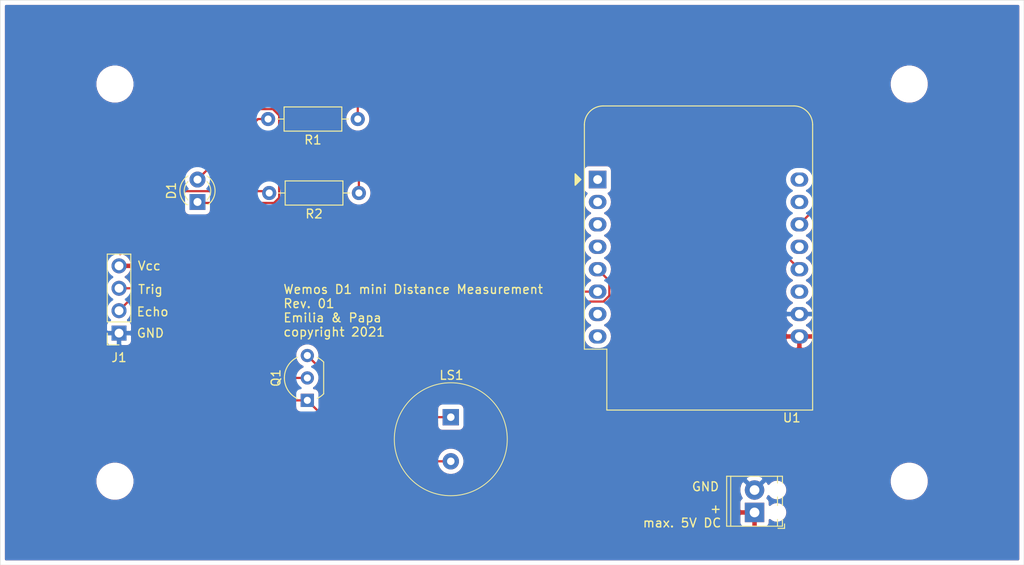
<source format=kicad_pcb>
(kicad_pcb (version 20171130) (host pcbnew "(5.1.10-1-10_14)")

  (general
    (thickness 1.6)
    (drawings 11)
    (tracks 44)
    (zones 0)
    (modules 12)
    (nets 11)
  )

  (page A4)
  (title_block
    (title "Wemos D1 mini Distance Measurement")
    (date 2021-10-17)
    (rev 01)
    (company "Emilia & Papa")
  )

  (layers
    (0 F.Cu signal)
    (31 B.Cu signal)
    (32 B.Adhes user)
    (33 F.Adhes user)
    (34 B.Paste user)
    (35 F.Paste user)
    (36 B.SilkS user)
    (37 F.SilkS user)
    (38 B.Mask user)
    (39 F.Mask user)
    (40 Dwgs.User user)
    (41 Cmts.User user)
    (42 Eco1.User user)
    (43 Eco2.User user)
    (44 Edge.Cuts user)
    (45 Margin user)
    (46 B.CrtYd user)
    (47 F.CrtYd user)
    (48 B.Fab user)
    (49 F.Fab user hide)
  )

  (setup
    (last_trace_width 0.25)
    (trace_clearance 0.2)
    (zone_clearance 0.508)
    (zone_45_only no)
    (trace_min 0.2)
    (via_size 0.8)
    (via_drill 0.4)
    (via_min_size 0.4)
    (via_min_drill 0.3)
    (uvia_size 0.3)
    (uvia_drill 0.1)
    (uvias_allowed no)
    (uvia_min_size 0.2)
    (uvia_min_drill 0.1)
    (edge_width 0.05)
    (segment_width 0.2)
    (pcb_text_width 0.3)
    (pcb_text_size 1.5 1.5)
    (mod_edge_width 0.12)
    (mod_text_size 1 1)
    (mod_text_width 0.15)
    (pad_size 3.2 3.2)
    (pad_drill 3.2)
    (pad_to_mask_clearance 0)
    (aux_axis_origin 0 0)
    (visible_elements FFFFFF7F)
    (pcbplotparams
      (layerselection 0x010fc_ffffffff)
      (usegerberextensions false)
      (usegerberattributes true)
      (usegerberadvancedattributes true)
      (creategerberjobfile true)
      (excludeedgelayer true)
      (linewidth 0.100000)
      (plotframeref false)
      (viasonmask false)
      (mode 1)
      (useauxorigin false)
      (hpglpennumber 1)
      (hpglpenspeed 20)
      (hpglpendiameter 15.000000)
      (psnegative false)
      (psa4output false)
      (plotreference true)
      (plotvalue true)
      (plotinvisibletext false)
      (padsonsilk false)
      (subtractmaskfromsilk false)
      (outputformat 1)
      (mirror false)
      (drillshape 0)
      (scaleselection 1)
      (outputdirectory "Gerber_Distance_Measurement/"))
  )

  (net 0 "")
  (net 1 GND)
  (net 2 "Net-(D1-Pad2)")
  (net 3 "Net-(D1-Pad1)")
  (net 4 +5V)
  (net 5 "Net-(J1-Pad3)")
  (net 6 "Net-(J1-Pad2)")
  (net 7 "Net-(LS1-Pad1)")
  (net 8 "Net-(Q1-Pad2)")
  (net 9 "Net-(R1-Pad1)")
  (net 10 "Net-(R2-Pad1)")

  (net_class Default "This is the default net class."
    (clearance 0.2)
    (trace_width 0.25)
    (via_dia 0.8)
    (via_drill 0.4)
    (uvia_dia 0.3)
    (uvia_drill 0.1)
    (add_net +5V)
    (add_net GND)
    (add_net "Net-(D1-Pad1)")
    (add_net "Net-(D1-Pad2)")
    (add_net "Net-(J1-Pad2)")
    (add_net "Net-(J1-Pad3)")
    (add_net "Net-(LS1-Pad1)")
    (add_net "Net-(Q1-Pad2)")
    (add_net "Net-(R1-Pad1)")
    (add_net "Net-(R2-Pad1)")
  )

  (module Module:WEMOS_D1_mini_light (layer F.Cu) (tedit 5BBFB1CE) (tstamp 616CBE93)
    (at 159.131 86.614)
    (descr "16-pin module, column spacing 22.86 mm (900 mils), https://wiki.wemos.cc/products:d1:d1_mini, https://c1.staticflickr.com/1/734/31400410271_f278b087db_z.jpg")
    (tags "ESP8266 WiFi microcontroller")
    (path /616C4280)
    (fp_text reference U1 (at 22 27) (layer F.SilkS)
      (effects (font (size 1 1) (thickness 0.15)))
    )
    (fp_text value WeMos_D1_mini (at 11.7 0) (layer F.Fab)
      (effects (font (size 1 1) (thickness 0.15)))
    )
    (fp_line (start 1.04 19.22) (end 1.04 26.12) (layer F.SilkS) (width 0.12))
    (fp_line (start -1.5 19.22) (end 1.04 19.22) (layer F.SilkS) (width 0.12))
    (fp_line (start -0.37 0) (end -1.37 -1) (layer F.Fab) (width 0.1))
    (fp_line (start -1.37 1) (end -0.37 0) (layer F.Fab) (width 0.1))
    (fp_line (start -1.37 -6.21) (end -1.37 -1) (layer F.Fab) (width 0.1))
    (fp_line (start 1.17 19.09) (end 1.17 25.99) (layer F.Fab) (width 0.1))
    (fp_line (start -1.37 19.09) (end 1.17 19.09) (layer F.Fab) (width 0.1))
    (fp_line (start -1.35 -7.4) (end -0.55 -8.2) (layer Dwgs.User) (width 0.1))
    (fp_line (start -1.3 -5.45) (end 1.45 -8.2) (layer Dwgs.User) (width 0.1))
    (fp_line (start -1.35 -3.4) (end 3.45 -8.2) (layer Dwgs.User) (width 0.1))
    (fp_line (start 22.65 -1.4) (end 24.25 -3) (layer Dwgs.User) (width 0.1))
    (fp_line (start 20.65 -1.4) (end 24.25 -5) (layer Dwgs.User) (width 0.1))
    (fp_line (start 18.65 -1.4) (end 24.25 -7) (layer Dwgs.User) (width 0.1))
    (fp_line (start 16.65 -1.4) (end 23.45 -8.2) (layer Dwgs.User) (width 0.1))
    (fp_line (start 14.65 -1.4) (end 21.45 -8.2) (layer Dwgs.User) (width 0.1))
    (fp_line (start 12.65 -1.4) (end 19.45 -8.2) (layer Dwgs.User) (width 0.1))
    (fp_line (start 10.65 -1.4) (end 17.45 -8.2) (layer Dwgs.User) (width 0.1))
    (fp_line (start 8.65 -1.4) (end 15.45 -8.2) (layer Dwgs.User) (width 0.1))
    (fp_line (start 6.65 -1.4) (end 13.45 -8.2) (layer Dwgs.User) (width 0.1))
    (fp_line (start 4.65 -1.4) (end 11.45 -8.2) (layer Dwgs.User) (width 0.1))
    (fp_line (start 2.65 -1.4) (end 9.45 -8.2) (layer Dwgs.User) (width 0.1))
    (fp_line (start 0.65 -1.4) (end 7.45 -8.2) (layer Dwgs.User) (width 0.1))
    (fp_line (start -1.35 -1.4) (end 5.45 -8.2) (layer Dwgs.User) (width 0.1))
    (fp_line (start -1.35 -8.2) (end -1.35 -1.4) (layer Dwgs.User) (width 0.1))
    (fp_line (start 24.25 -8.2) (end -1.35 -8.2) (layer Dwgs.User) (width 0.1))
    (fp_line (start 24.25 -1.4) (end 24.25 -8.2) (layer Dwgs.User) (width 0.1))
    (fp_line (start -1.35 -1.4) (end 24.25 -1.4) (layer Dwgs.User) (width 0.1))
    (fp_poly (pts (xy -2.54 -0.635) (xy -2.54 0.635) (xy -1.905 0)) (layer F.SilkS) (width 0.15))
    (fp_line (start -1.62 26.24) (end -1.62 -8.46) (layer F.CrtYd) (width 0.05))
    (fp_line (start 24.48 26.24) (end -1.62 26.24) (layer F.CrtYd) (width 0.05))
    (fp_line (start 24.48 -8.41) (end 24.48 26.24) (layer F.CrtYd) (width 0.05))
    (fp_line (start -1.62 -8.46) (end 24.48 -8.46) (layer F.CrtYd) (width 0.05))
    (fp_line (start -1.37 1) (end -1.37 19.09) (layer F.Fab) (width 0.1))
    (fp_line (start 22.23 -8.21) (end 0.63 -8.21) (layer F.Fab) (width 0.1))
    (fp_line (start 24.23 25.99) (end 24.23 -6.21) (layer F.Fab) (width 0.1))
    (fp_line (start 1.17 25.99) (end 24.23 25.99) (layer F.Fab) (width 0.1))
    (fp_line (start 22.24 -8.34) (end 0.63 -8.34) (layer F.SilkS) (width 0.12))
    (fp_line (start 24.36 26.12) (end 24.36 -6.21) (layer F.SilkS) (width 0.12))
    (fp_line (start -1.5 19.22) (end -1.5 -6.21) (layer F.SilkS) (width 0.12))
    (fp_line (start 1.04 26.12) (end 24.36 26.12) (layer F.SilkS) (width 0.12))
    (fp_text user "No copper" (at 11.43 -3.81) (layer Cmts.User)
      (effects (font (size 1 1) (thickness 0.15)))
    )
    (fp_text user "KEEP OUT" (at 11.43 -6.35) (layer Cmts.User)
      (effects (font (size 1 1) (thickness 0.15)))
    )
    (fp_arc (start 22.23 -6.21) (end 24.36 -6.21) (angle -90) (layer F.SilkS) (width 0.12))
    (fp_arc (start 0.63 -6.21) (end 0.63 -8.34) (angle -90) (layer F.SilkS) (width 0.12))
    (fp_arc (start 22.23 -6.21) (end 24.23 -6.19) (angle -90) (layer F.Fab) (width 0.1))
    (fp_arc (start 0.63 -6.21) (end 0.63 -8.21) (angle -90) (layer F.Fab) (width 0.1))
    (fp_text user %R (at 11.43 10) (layer F.Fab)
      (effects (font (size 1 1) (thickness 0.15)))
    )
    (pad 16 thru_hole oval (at 22.86 0) (size 2 1.6) (drill 1) (layers *.Cu *.Mask))
    (pad 15 thru_hole oval (at 22.86 2.54) (size 2 1.6) (drill 1) (layers *.Cu *.Mask))
    (pad 14 thru_hole oval (at 22.86 5.08) (size 2 1.6) (drill 1) (layers *.Cu *.Mask)
      (net 9 "Net-(R1-Pad1)"))
    (pad 13 thru_hole oval (at 22.86 7.62) (size 2 1.6) (drill 1) (layers *.Cu *.Mask))
    (pad 12 thru_hole oval (at 22.86 10.16) (size 2 1.6) (drill 1) (layers *.Cu *.Mask)
      (net 10 "Net-(R2-Pad1)"))
    (pad 11 thru_hole oval (at 22.86 12.7) (size 2 1.6) (drill 1) (layers *.Cu *.Mask))
    (pad 10 thru_hole oval (at 22.86 15.24) (size 2 1.6) (drill 1) (layers *.Cu *.Mask)
      (net 1 GND))
    (pad 9 thru_hole oval (at 22.86 17.78) (size 2 1.6) (drill 1) (layers *.Cu *.Mask)
      (net 4 +5V))
    (pad 8 thru_hole oval (at 0 17.78) (size 2 1.6) (drill 1) (layers *.Cu *.Mask))
    (pad 7 thru_hole oval (at 0 15.24) (size 2 1.6) (drill 1) (layers *.Cu *.Mask))
    (pad 6 thru_hole oval (at 0 12.7) (size 2 1.6) (drill 1) (layers *.Cu *.Mask)
      (net 5 "Net-(J1-Pad3)"))
    (pad 5 thru_hole oval (at 0 10.16) (size 2 1.6) (drill 1) (layers *.Cu *.Mask)
      (net 6 "Net-(J1-Pad2)"))
    (pad 4 thru_hole oval (at 0 7.62) (size 2 1.6) (drill 1) (layers *.Cu *.Mask))
    (pad 3 thru_hole oval (at 0 5.08) (size 2 1.6) (drill 1) (layers *.Cu *.Mask))
    (pad 1 thru_hole rect (at 0 0) (size 2 2) (drill 1) (layers *.Cu *.Mask))
    (pad 2 thru_hole oval (at 0 2.54) (size 2 1.6) (drill 1) (layers *.Cu *.Mask))
    (model ${KISYS3DMOD}/Module.3dshapes/WEMOS_D1_mini_light.wrl
      (at (xyz 0 0 0))
      (scale (xyz 1 1 1))
      (rotate (xyz 0 0 0))
    )
    (model ${KISYS3DMOD}/Connector_PinHeader_2.54mm.3dshapes/PinHeader_1x08_P2.54mm_Vertical.wrl
      (offset (xyz 0 0 9.5))
      (scale (xyz 1 1 1))
      (rotate (xyz 0 -180 0))
    )
    (model ${KISYS3DMOD}/Connector_PinHeader_2.54mm.3dshapes/PinHeader_1x08_P2.54mm_Vertical.wrl
      (offset (xyz 22.86 0 9.5))
      (scale (xyz 1 1 1))
      (rotate (xyz 0 -180 0))
    )
    (model ${KISYS3DMOD}/Connector_PinSocket_2.54mm.3dshapes/PinSocket_1x08_P2.54mm_Vertical.wrl
      (at (xyz 0 0 0))
      (scale (xyz 1 1 1))
      (rotate (xyz 0 0 0))
    )
    (model ${KISYS3DMOD}/Connector_PinSocket_2.54mm.3dshapes/PinSocket_1x08_P2.54mm_Vertical.wrl
      (offset (xyz 22.86 0 0))
      (scale (xyz 1 1 1))
      (rotate (xyz 0 0 0))
    )
  )

  (module Resistor_THT:R_Axial_DIN0207_L6.3mm_D2.5mm_P10.16mm_Horizontal (layer F.Cu) (tedit 5AE5139B) (tstamp 616CBE50)
    (at 132.08 88.138 180)
    (descr "Resistor, Axial_DIN0207 series, Axial, Horizontal, pin pitch=10.16mm, 0.25W = 1/4W, length*diameter=6.3*2.5mm^2, http://cdn-reichelt.de/documents/datenblatt/B400/1_4W%23YAG.pdf")
    (tags "Resistor Axial_DIN0207 series Axial Horizontal pin pitch 10.16mm 0.25W = 1/4W length 6.3mm diameter 2.5mm")
    (path /616CA45D)
    (fp_text reference R2 (at 5.08 -2.37) (layer F.SilkS)
      (effects (font (size 1 1) (thickness 0.15)))
    )
    (fp_text value 1k (at 5.08 2.37) (layer F.Fab)
      (effects (font (size 1 1) (thickness 0.15)))
    )
    (fp_line (start 11.21 -1.5) (end -1.05 -1.5) (layer F.CrtYd) (width 0.05))
    (fp_line (start 11.21 1.5) (end 11.21 -1.5) (layer F.CrtYd) (width 0.05))
    (fp_line (start -1.05 1.5) (end 11.21 1.5) (layer F.CrtYd) (width 0.05))
    (fp_line (start -1.05 -1.5) (end -1.05 1.5) (layer F.CrtYd) (width 0.05))
    (fp_line (start 9.12 0) (end 8.35 0) (layer F.SilkS) (width 0.12))
    (fp_line (start 1.04 0) (end 1.81 0) (layer F.SilkS) (width 0.12))
    (fp_line (start 8.35 -1.37) (end 1.81 -1.37) (layer F.SilkS) (width 0.12))
    (fp_line (start 8.35 1.37) (end 8.35 -1.37) (layer F.SilkS) (width 0.12))
    (fp_line (start 1.81 1.37) (end 8.35 1.37) (layer F.SilkS) (width 0.12))
    (fp_line (start 1.81 -1.37) (end 1.81 1.37) (layer F.SilkS) (width 0.12))
    (fp_line (start 10.16 0) (end 8.23 0) (layer F.Fab) (width 0.1))
    (fp_line (start 0 0) (end 1.93 0) (layer F.Fab) (width 0.1))
    (fp_line (start 8.23 -1.25) (end 1.93 -1.25) (layer F.Fab) (width 0.1))
    (fp_line (start 8.23 1.25) (end 8.23 -1.25) (layer F.Fab) (width 0.1))
    (fp_line (start 1.93 1.25) (end 8.23 1.25) (layer F.Fab) (width 0.1))
    (fp_line (start 1.93 -1.25) (end 1.93 1.25) (layer F.Fab) (width 0.1))
    (fp_text user %R (at 5.08 0) (layer F.Fab)
      (effects (font (size 1 1) (thickness 0.15)))
    )
    (pad 2 thru_hole oval (at 10.16 0 180) (size 1.6 1.6) (drill 0.8) (layers *.Cu *.Mask)
      (net 8 "Net-(Q1-Pad2)"))
    (pad 1 thru_hole circle (at 0 0 180) (size 1.6 1.6) (drill 0.8) (layers *.Cu *.Mask)
      (net 10 "Net-(R2-Pad1)"))
    (model ${KISYS3DMOD}/Resistor_THT.3dshapes/R_Axial_DIN0207_L6.3mm_D2.5mm_P10.16mm_Horizontal.wrl
      (at (xyz 0 0 0))
      (scale (xyz 1 1 1))
      (rotate (xyz 0 0 0))
    )
  )

  (module digikey-footprints:Piezo_Transducer_THT_PS1240P02BT (layer F.Cu) (tedit 59D244F6) (tstamp 616CBE0E)
    (at 142.494 113.538)
    (path /616CE39B)
    (fp_text reference LS1 (at 0.075 -4.75) (layer F.SilkS)
      (effects (font (size 1 1) (thickness 0.15)))
    )
    (fp_text value Speaker_Crystal (at 0.575 9.825) (layer F.Fab)
      (effects (font (size 1 1) (thickness 0.15)))
    )
    (fp_circle (center 0 2.5) (end 0 8.75) (layer F.Fab) (width 0.1))
    (fp_circle (center 0 2.5) (end 0 9) (layer F.CrtYd) (width 0.05))
    (fp_circle (center 0 2.5) (end 0 8.9) (layer F.SilkS) (width 0.1))
    (fp_text user %R (at -0.1 2.75) (layer F.Fab)
      (effects (font (size 1 1) (thickness 0.15)))
    )
    (pad 2 thru_hole circle (at 0 5) (size 1.85 1.85) (drill 0.85) (layers *.Cu *.Mask)
      (net 3 "Net-(D1-Pad1)"))
    (pad 1 thru_hole rect (at 0 0) (size 1.85 1.85) (drill 0.85) (layers *.Cu *.Mask)
      (net 7 "Net-(LS1-Pad1)"))
  )

  (module Package_TO_SOT_THT:TO-92_Inline_Wide (layer F.Cu) (tedit 5A02FF81) (tstamp 616CBE22)
    (at 126.238 111.633 90)
    (descr "TO-92 leads in-line, wide, drill 0.75mm (see NXP sot054_po.pdf)")
    (tags "to-92 sc-43 sc-43a sot54 PA33 transistor")
    (path /616E3576)
    (fp_text reference Q1 (at 2.54 -3.56 90) (layer F.SilkS)
      (effects (font (size 1 1) (thickness 0.15)))
    )
    (fp_text value 2N5109 (at 2.54 2.79 90) (layer F.Fab)
      (effects (font (size 1 1) (thickness 0.15)))
    )
    (fp_line (start 6.09 2.01) (end -1.01 2.01) (layer F.CrtYd) (width 0.05))
    (fp_line (start 6.09 2.01) (end 6.09 -2.73) (layer F.CrtYd) (width 0.05))
    (fp_line (start -1.01 -2.73) (end -1.01 2.01) (layer F.CrtYd) (width 0.05))
    (fp_line (start -1.01 -2.73) (end 6.09 -2.73) (layer F.CrtYd) (width 0.05))
    (fp_line (start 0.8 1.75) (end 4.3 1.75) (layer F.Fab) (width 0.1))
    (fp_line (start 0.74 1.85) (end 4.34 1.85) (layer F.SilkS) (width 0.12))
    (fp_arc (start 2.54 0) (end 4.34 1.85) (angle -20) (layer F.SilkS) (width 0.12))
    (fp_arc (start 2.54 0) (end 2.54 -2.48) (angle -135) (layer F.Fab) (width 0.1))
    (fp_arc (start 2.54 0) (end 2.54 -2.48) (angle 135) (layer F.Fab) (width 0.1))
    (fp_arc (start 2.54 0) (end 2.54 -2.6) (angle 65) (layer F.SilkS) (width 0.12))
    (fp_arc (start 2.54 0) (end 2.54 -2.6) (angle -65) (layer F.SilkS) (width 0.12))
    (fp_arc (start 2.54 0) (end 0.74 1.85) (angle 20) (layer F.SilkS) (width 0.12))
    (fp_text user %R (at 2.54 0 90) (layer F.Fab)
      (effects (font (size 1 1) (thickness 0.15)))
    )
    (pad 1 thru_hole rect (at 0 0 90) (size 1.5 1.5) (drill 0.8) (layers *.Cu *.Mask)
      (net 3 "Net-(D1-Pad1)"))
    (pad 3 thru_hole circle (at 5.08 0 90) (size 1.5 1.5) (drill 0.8) (layers *.Cu *.Mask)
      (net 7 "Net-(LS1-Pad1)"))
    (pad 2 thru_hole circle (at 2.54 0 90) (size 1.5 1.5) (drill 0.8) (layers *.Cu *.Mask)
      (net 8 "Net-(Q1-Pad2)"))
    (model ${KISYS3DMOD}/Package_TO_SOT_THT.3dshapes/TO-92_Inline_Wide.wrl
      (at (xyz 0 0 0))
      (scale (xyz 1 1 1))
      (rotate (xyz 0 0 0))
    )
  )

  (module LED_THT:LED_D3.0mm (layer F.Cu) (tedit 587A3A7B) (tstamp 616CBDC6)
    (at 113.792 89.154 90)
    (descr "LED, diameter 3.0mm, 2 pins")
    (tags "LED diameter 3.0mm 2 pins")
    (path /616C95CA)
    (fp_text reference D1 (at 1.27 -2.96 90) (layer F.SilkS)
      (effects (font (size 1 1) (thickness 0.15)))
    )
    (fp_text value LED (at 1.27 2.96 90) (layer F.Fab)
      (effects (font (size 1 1) (thickness 0.15)))
    )
    (fp_line (start 3.7 -2.25) (end -1.15 -2.25) (layer F.CrtYd) (width 0.05))
    (fp_line (start 3.7 2.25) (end 3.7 -2.25) (layer F.CrtYd) (width 0.05))
    (fp_line (start -1.15 2.25) (end 3.7 2.25) (layer F.CrtYd) (width 0.05))
    (fp_line (start -1.15 -2.25) (end -1.15 2.25) (layer F.CrtYd) (width 0.05))
    (fp_line (start -0.29 1.08) (end -0.29 1.236) (layer F.SilkS) (width 0.12))
    (fp_line (start -0.29 -1.236) (end -0.29 -1.08) (layer F.SilkS) (width 0.12))
    (fp_line (start -0.23 -1.16619) (end -0.23 1.16619) (layer F.Fab) (width 0.1))
    (fp_circle (center 1.27 0) (end 2.77 0) (layer F.Fab) (width 0.1))
    (fp_arc (start 1.27 0) (end 0.229039 1.08) (angle -87.9) (layer F.SilkS) (width 0.12))
    (fp_arc (start 1.27 0) (end 0.229039 -1.08) (angle 87.9) (layer F.SilkS) (width 0.12))
    (fp_arc (start 1.27 0) (end -0.29 1.235516) (angle -108.8) (layer F.SilkS) (width 0.12))
    (fp_arc (start 1.27 0) (end -0.29 -1.235516) (angle 108.8) (layer F.SilkS) (width 0.12))
    (fp_arc (start 1.27 0) (end -0.23 -1.16619) (angle 284.3) (layer F.Fab) (width 0.1))
    (pad 2 thru_hole circle (at 2.54 0 90) (size 1.8 1.8) (drill 0.9) (layers *.Cu *.Mask)
      (net 2 "Net-(D1-Pad2)"))
    (pad 1 thru_hole rect (at 0 0 90) (size 1.8 1.8) (drill 0.9) (layers *.Cu *.Mask)
      (net 3 "Net-(D1-Pad1)"))
    (model ${KISYS3DMOD}/LED_THT.3dshapes/LED_D3.0mm.wrl
      (at (xyz 0 0 0))
      (scale (xyz 1 1 1))
      (rotate (xyz 0 0 0))
    )
  )

  (module Connector_PinSocket_2.54mm:PinSocket_1x04_P2.54mm_Vertical (layer F.Cu) (tedit 5A19A429) (tstamp 616CBDDE)
    (at 104.902 104.013 180)
    (descr "Through hole straight socket strip, 1x04, 2.54mm pitch, single row (from Kicad 4.0.7), script generated")
    (tags "Through hole socket strip THT 1x04 2.54mm single row")
    (path /616C96B1)
    (fp_text reference J1 (at 0 -2.77) (layer F.SilkS)
      (effects (font (size 1 1) (thickness 0.15)))
    )
    (fp_text value Conn_01x04_Female (at 0 10.39) (layer F.Fab)
      (effects (font (size 1 1) (thickness 0.15)))
    )
    (fp_line (start -1.8 9.4) (end -1.8 -1.8) (layer F.CrtYd) (width 0.05))
    (fp_line (start 1.75 9.4) (end -1.8 9.4) (layer F.CrtYd) (width 0.05))
    (fp_line (start 1.75 -1.8) (end 1.75 9.4) (layer F.CrtYd) (width 0.05))
    (fp_line (start -1.8 -1.8) (end 1.75 -1.8) (layer F.CrtYd) (width 0.05))
    (fp_line (start 0 -1.33) (end 1.33 -1.33) (layer F.SilkS) (width 0.12))
    (fp_line (start 1.33 -1.33) (end 1.33 0) (layer F.SilkS) (width 0.12))
    (fp_line (start 1.33 1.27) (end 1.33 8.95) (layer F.SilkS) (width 0.12))
    (fp_line (start -1.33 8.95) (end 1.33 8.95) (layer F.SilkS) (width 0.12))
    (fp_line (start -1.33 1.27) (end -1.33 8.95) (layer F.SilkS) (width 0.12))
    (fp_line (start -1.33 1.27) (end 1.33 1.27) (layer F.SilkS) (width 0.12))
    (fp_line (start -1.27 8.89) (end -1.27 -1.27) (layer F.Fab) (width 0.1))
    (fp_line (start 1.27 8.89) (end -1.27 8.89) (layer F.Fab) (width 0.1))
    (fp_line (start 1.27 -0.635) (end 1.27 8.89) (layer F.Fab) (width 0.1))
    (fp_line (start 0.635 -1.27) (end 1.27 -0.635) (layer F.Fab) (width 0.1))
    (fp_line (start -1.27 -1.27) (end 0.635 -1.27) (layer F.Fab) (width 0.1))
    (fp_text user %R (at 0 3.81 90) (layer F.Fab)
      (effects (font (size 1 1) (thickness 0.15)))
    )
    (pad 4 thru_hole oval (at 0 7.62 180) (size 1.7 1.7) (drill 1) (layers *.Cu *.Mask)
      (net 4 +5V))
    (pad 3 thru_hole oval (at 0 5.08 180) (size 1.7 1.7) (drill 1) (layers *.Cu *.Mask)
      (net 5 "Net-(J1-Pad3)"))
    (pad 2 thru_hole oval (at 0 2.54 180) (size 1.7 1.7) (drill 1) (layers *.Cu *.Mask)
      (net 6 "Net-(J1-Pad2)"))
    (pad 1 thru_hole rect (at 0 0 180) (size 1.7 1.7) (drill 1) (layers *.Cu *.Mask)
      (net 1 GND))
    (model ${KISYS3DMOD}/Connector_PinSocket_2.54mm.3dshapes/PinSocket_1x04_P2.54mm_Vertical.wrl
      (at (xyz 0 0 0))
      (scale (xyz 1 1 1))
      (rotate (xyz 0 0 0))
    )
  )

  (module TerminalBlock_Phoenix:TerminalBlock_Phoenix_MPT-0,5-2-2.54_1x02_P2.54mm_Horizontal (layer F.Cu) (tedit 5B294F98) (tstamp 616CBE04)
    (at 176.911 124.333 90)
    (descr "Terminal Block Phoenix MPT-0,5-2-2.54, 2 pins, pitch 2.54mm, size 5.54x6.2mm^2, drill diamater 1.1mm, pad diameter 2.2mm, see http://www.mouser.com/ds/2/324/ItemDetail_1725656-920552.pdf, script-generated using https://github.com/pointhi/kicad-footprint-generator/scripts/TerminalBlock_Phoenix")
    (tags "THT Terminal Block Phoenix MPT-0,5-2-2.54 pitch 2.54mm size 5.54x6.2mm^2 drill 1.1mm pad 2.2mm")
    (path /616C480C)
    (fp_text reference J2 (at 1.27 -4.16 90) (layer F.SilkS) hide
      (effects (font (size 1 1) (thickness 0.15)))
    )
    (fp_text value Screw_Terminal_01x02 (at 1.27 4.16 90) (layer F.Fab)
      (effects (font (size 1 1) (thickness 0.15)))
    )
    (fp_line (start 4.54 -3.6) (end -2 -3.6) (layer F.CrtYd) (width 0.05))
    (fp_line (start 4.54 3.6) (end 4.54 -3.6) (layer F.CrtYd) (width 0.05))
    (fp_line (start -2 3.6) (end 4.54 3.6) (layer F.CrtYd) (width 0.05))
    (fp_line (start -2 -3.6) (end -2 3.6) (layer F.CrtYd) (width 0.05))
    (fp_line (start -1.8 3.4) (end -1.3 3.4) (layer F.SilkS) (width 0.12))
    (fp_line (start -1.8 2.66) (end -1.8 3.4) (layer F.SilkS) (width 0.12))
    (fp_line (start 3.241 -0.835) (end 1.706 0.7) (layer F.Fab) (width 0.1))
    (fp_line (start 3.375 -0.7) (end 1.84 0.835) (layer F.Fab) (width 0.1))
    (fp_line (start 0.701 -0.835) (end -0.835 0.7) (layer F.Fab) (width 0.1))
    (fp_line (start 0.835 -0.7) (end -0.701 0.835) (layer F.Fab) (width 0.1))
    (fp_line (start 4.1 -3.16) (end 4.1 3.16) (layer F.SilkS) (width 0.12))
    (fp_line (start -1.56 -3.16) (end -1.56 3.16) (layer F.SilkS) (width 0.12))
    (fp_line (start 3.33 3.16) (end 4.1 3.16) (layer F.SilkS) (width 0.12))
    (fp_line (start 0.79 3.16) (end 1.75 3.16) (layer F.SilkS) (width 0.12))
    (fp_line (start -1.56 3.16) (end -0.79 3.16) (layer F.SilkS) (width 0.12))
    (fp_line (start -1.56 -3.16) (end 4.1 -3.16) (layer F.SilkS) (width 0.12))
    (fp_line (start -1.56 -2.7) (end 4.1 -2.7) (layer F.SilkS) (width 0.12))
    (fp_line (start -1.5 -2.7) (end 4.04 -2.7) (layer F.Fab) (width 0.1))
    (fp_line (start 3.33 2.6) (end 4.1 2.6) (layer F.SilkS) (width 0.12))
    (fp_line (start 0.79 2.6) (end 1.75 2.6) (layer F.SilkS) (width 0.12))
    (fp_line (start -1.56 2.6) (end -0.79 2.6) (layer F.SilkS) (width 0.12))
    (fp_line (start -1.5 2.6) (end 4.04 2.6) (layer F.Fab) (width 0.1))
    (fp_line (start -1.5 2.6) (end -1.5 -3.1) (layer F.Fab) (width 0.1))
    (fp_line (start -1 3.1) (end -1.5 2.6) (layer F.Fab) (width 0.1))
    (fp_line (start 4.04 3.1) (end -1 3.1) (layer F.Fab) (width 0.1))
    (fp_line (start 4.04 -3.1) (end 4.04 3.1) (layer F.Fab) (width 0.1))
    (fp_line (start -1.5 -3.1) (end 4.04 -3.1) (layer F.Fab) (width 0.1))
    (fp_circle (center 2.54 0) (end 3.64 0) (layer F.Fab) (width 0.1))
    (fp_circle (center 0 0) (end 1.1 0) (layer F.Fab) (width 0.1))
    (fp_text user %R (at 1.27 2 90) (layer F.Fab)
      (effects (font (size 1 1) (thickness 0.15)))
    )
    (pad "" np_thru_hole circle (at 2.54 2.54 90) (size 1.1 1.1) (drill 1.1) (layers *.Cu *.Mask))
    (pad 2 thru_hole circle (at 2.54 0 90) (size 2.2 2.2) (drill 1.1) (layers *.Cu *.Mask)
      (net 1 GND))
    (pad "" np_thru_hole circle (at 0 2.54 90) (size 1.1 1.1) (drill 1.1) (layers *.Cu *.Mask))
    (pad 1 thru_hole rect (at 0 0 90) (size 2.2 2.2) (drill 1.1) (layers *.Cu *.Mask)
      (net 4 +5V))
    (model ${KISYS3DMOD}/TerminalBlock_Phoenix.3dshapes/TerminalBlock_Phoenix_MPT-0,5-2-2.54_1x02_P2.54mm_Horizontal.wrl
      (at (xyz 0 0 0))
      (scale (xyz 1 1 1))
      (rotate (xyz 0 0 0))
    )
  )

  (module Resistor_THT:R_Axial_DIN0207_L6.3mm_D2.5mm_P10.16mm_Horizontal (layer F.Cu) (tedit 5AE5139B) (tstamp 616CBE39)
    (at 131.953 79.756 180)
    (descr "Resistor, Axial_DIN0207 series, Axial, Horizontal, pin pitch=10.16mm, 0.25W = 1/4W, length*diameter=6.3*2.5mm^2, http://cdn-reichelt.de/documents/datenblatt/B400/1_4W%23YAG.pdf")
    (tags "Resistor Axial_DIN0207 series Axial Horizontal pin pitch 10.16mm 0.25W = 1/4W length 6.3mm diameter 2.5mm")
    (path /616CA772)
    (fp_text reference R1 (at 5.08 -2.37) (layer F.SilkS)
      (effects (font (size 1 1) (thickness 0.15)))
    )
    (fp_text value 220 (at 5.08 2.37) (layer F.Fab)
      (effects (font (size 1 1) (thickness 0.15)))
    )
    (fp_line (start 11.21 -1.5) (end -1.05 -1.5) (layer F.CrtYd) (width 0.05))
    (fp_line (start 11.21 1.5) (end 11.21 -1.5) (layer F.CrtYd) (width 0.05))
    (fp_line (start -1.05 1.5) (end 11.21 1.5) (layer F.CrtYd) (width 0.05))
    (fp_line (start -1.05 -1.5) (end -1.05 1.5) (layer F.CrtYd) (width 0.05))
    (fp_line (start 9.12 0) (end 8.35 0) (layer F.SilkS) (width 0.12))
    (fp_line (start 1.04 0) (end 1.81 0) (layer F.SilkS) (width 0.12))
    (fp_line (start 8.35 -1.37) (end 1.81 -1.37) (layer F.SilkS) (width 0.12))
    (fp_line (start 8.35 1.37) (end 8.35 -1.37) (layer F.SilkS) (width 0.12))
    (fp_line (start 1.81 1.37) (end 8.35 1.37) (layer F.SilkS) (width 0.12))
    (fp_line (start 1.81 -1.37) (end 1.81 1.37) (layer F.SilkS) (width 0.12))
    (fp_line (start 10.16 0) (end 8.23 0) (layer F.Fab) (width 0.1))
    (fp_line (start 0 0) (end 1.93 0) (layer F.Fab) (width 0.1))
    (fp_line (start 8.23 -1.25) (end 1.93 -1.25) (layer F.Fab) (width 0.1))
    (fp_line (start 8.23 1.25) (end 8.23 -1.25) (layer F.Fab) (width 0.1))
    (fp_line (start 1.93 1.25) (end 8.23 1.25) (layer F.Fab) (width 0.1))
    (fp_line (start 1.93 -1.25) (end 1.93 1.25) (layer F.Fab) (width 0.1))
    (fp_text user %R (at 5.08 0) (layer F.Fab)
      (effects (font (size 1 1) (thickness 0.15)))
    )
    (pad 2 thru_hole oval (at 10.16 0 180) (size 1.6 1.6) (drill 0.8) (layers *.Cu *.Mask)
      (net 2 "Net-(D1-Pad2)"))
    (pad 1 thru_hole circle (at 0 0 180) (size 1.6 1.6) (drill 0.8) (layers *.Cu *.Mask)
      (net 9 "Net-(R1-Pad1)"))
    (model ${KISYS3DMOD}/Resistor_THT.3dshapes/R_Axial_DIN0207_L6.3mm_D2.5mm_P10.16mm_Horizontal.wrl
      (at (xyz 0 0 0))
      (scale (xyz 1 1 1))
      (rotate (xyz 0 0 0))
    )
  )

  (module MountingHole:MountingHole_3.2mm_M3 (layer F.Cu) (tedit 56D1B4CB) (tstamp 612D55F5)
    (at 194.44 75.794 90)
    (descr "Mounting Hole 3.2mm, no annular, M3")
    (tags "mounting hole 3.2mm no annular m3")
    (attr virtual)
    (fp_text reference REF** (at 0 -4.2 90) (layer F.SilkS) hide
      (effects (font (size 1 1) (thickness 0.15)))
    )
    (fp_text value MountingHole_3.2mm_M3 (at 0 4.2 90) (layer F.Fab)
      (effects (font (size 1 1) (thickness 0.15)))
    )
    (fp_circle (center 0 0) (end 3.2 0) (layer Cmts.User) (width 0.15))
    (fp_circle (center 0 0) (end 3.45 0) (layer F.CrtYd) (width 0.05))
    (fp_text user %R (at 0.3 0 90) (layer F.Fab)
      (effects (font (size 1 1) (thickness 0.15)))
    )
    (pad 1 np_thru_hole circle (at 0 0 90) (size 3.2 3.2) (drill 3.2) (layers *.Cu *.Mask))
  )

  (module MountingHole:MountingHole_3.2mm_M3 (layer F.Cu) (tedit 56D1B4CB) (tstamp 612D55E0)
    (at 104.44 75.794 90)
    (descr "Mounting Hole 3.2mm, no annular, M3")
    (tags "mounting hole 3.2mm no annular m3")
    (attr virtual)
    (fp_text reference REF** (at 0 -4.2 90) (layer F.SilkS) hide
      (effects (font (size 1 1) (thickness 0.15)))
    )
    (fp_text value MountingHole_3.2mm_M3 (at 0 4.2 90) (layer F.Fab)
      (effects (font (size 1 1) (thickness 0.15)))
    )
    (fp_circle (center 0 0) (end 3.45 0) (layer F.CrtYd) (width 0.05))
    (fp_circle (center 0 0) (end 3.2 0) (layer Cmts.User) (width 0.15))
    (fp_text user %R (at 0.3 0 90) (layer F.Fab)
      (effects (font (size 1 1) (thickness 0.15)))
    )
    (pad 1 np_thru_hole circle (at 0 0 90) (size 3.2 3.2) (drill 3.2) (layers *.Cu *.Mask))
  )

  (module MountingHole:MountingHole_3.2mm_M3 (layer F.Cu) (tedit 56D1B4CB) (tstamp 612D561F)
    (at 194.44 120.794 90)
    (descr "Mounting Hole 3.2mm, no annular, M3")
    (tags "mounting hole 3.2mm no annular m3")
    (attr virtual)
    (fp_text reference REF** (at 0 -4.2 90) (layer F.SilkS) hide
      (effects (font (size 1 1) (thickness 0.15)))
    )
    (fp_text value MountingHole_3.2mm_M3 (at 0 4.2 90) (layer F.Fab)
      (effects (font (size 1 1) (thickness 0.15)))
    )
    (fp_circle (center 0 0) (end 3.45 0) (layer F.CrtYd) (width 0.05))
    (fp_circle (center 0 0) (end 3.2 0) (layer Cmts.User) (width 0.15))
    (fp_text user %R (at 0.3 0 90) (layer F.Fab)
      (effects (font (size 1 1) (thickness 0.15)))
    )
    (pad 1 np_thru_hole circle (at 0 0 90) (size 3.2 3.2) (drill 3.2) (layers *.Cu *.Mask))
  )

  (module MountingHole:MountingHole_3.2mm_M3 (layer F.Cu) (tedit 56D1B4CB) (tstamp 612D560A)
    (at 104.44 120.794 90)
    (descr "Mounting Hole 3.2mm, no annular, M3")
    (tags "mounting hole 3.2mm no annular m3")
    (attr virtual)
    (fp_text reference REF** (at 0 -4.2 90) (layer F.SilkS) hide
      (effects (font (size 1 1) (thickness 0.15)))
    )
    (fp_text value MountingHole_3.2mm_M3 (at 0 4.2 90) (layer F.Fab)
      (effects (font (size 1 1) (thickness 0.15)))
    )
    (fp_circle (center 0 0) (end 3.2 0) (layer Cmts.User) (width 0.15))
    (fp_circle (center 0 0) (end 3.45 0) (layer F.CrtYd) (width 0.05))
    (fp_text user %R (at 0.3 0 90) (layer F.Fab)
      (effects (font (size 1 1) (thickness 0.15)))
    )
    (pad 1 np_thru_hole circle (at 0 0 90) (size 3.2 3.2) (drill 3.2) (layers *.Cu *.Mask))
  )

  (gr_text Echo (at 108.712 101.6) (layer F.SilkS)
    (effects (font (size 1 1) (thickness 0.15)))
  )
  (gr_text Trig (at 108.458 99.06) (layer F.SilkS)
    (effects (font (size 1 1) (thickness 0.15)))
  )
  (gr_text GND (at 108.458 104.013) (layer F.SilkS)
    (effects (font (size 1 1) (thickness 0.15)))
  )
  (gr_text Vcc (at 108.331 96.393) (layer F.SilkS)
    (effects (font (size 1 1) (thickness 0.15)))
  )
  (gr_text GND (at 172.974 121.412) (layer F.SilkS)
    (effects (font (size 1 1) (thickness 0.15)) (justify right))
  )
  (gr_text "+\nmax. 5V DC" (at 173.228 124.714) (layer F.SilkS)
    (effects (font (size 1 1) (thickness 0.15)) (justify right))
  )
  (gr_line (start 91.44 130.294) (end 207.44 130.294) (layer Edge.Cuts) (width 0.05) (tstamp 612D3208))
  (gr_text "Wemos D1 mini Distance Measurement\nRev. 01\nEmilia & Papa\ncopyright 2021" (at 123.444 101.473) (layer F.SilkS)
    (effects (font (size 1 1) (thickness 0.15)) (justify left))
  )
  (gr_line (start 207.44 66.294) (end 207.44 130.294) (layer Edge.Cuts) (width 0.05) (tstamp 612D3212))
  (gr_line (start 91.44 66.294) (end 91.44 130.294) (layer Edge.Cuts) (width 0.05))
  (gr_line (start 91.44 66.294) (end 207.44 66.294) (layer Edge.Cuts) (width 0.05))

  (segment (start 120.65 79.756) (end 121.793 79.756) (width 0.25) (layer F.Cu) (net 2))
  (segment (start 113.792 86.614) (end 120.65 79.756) (width 0.25) (layer F.Cu) (net 2))
  (segment (start 133.143 118.538) (end 126.238 111.633) (width 0.25) (layer F.Cu) (net 3))
  (segment (start 142.494 118.538) (end 133.143 118.538) (width 0.25) (layer F.Cu) (net 3))
  (segment (start 113.901001 89.263001) (end 113.792 89.154) (width 0.25) (layer F.Cu) (net 3))
  (segment (start 123.045001 88.678001) (end 122.460001 89.263001) (width 0.25) (layer F.Cu) (net 3))
  (segment (start 123.045001 79.342999) (end 123.045001 88.678001) (width 0.25) (layer F.Cu) (net 3))
  (segment (start 119.615589 78.630999) (end 122.333001 78.630999) (width 0.25) (layer F.Cu) (net 3))
  (segment (start 122.333001 78.630999) (end 123.045001 79.342999) (width 0.25) (layer F.Cu) (net 3))
  (segment (start 102.76899 95.477598) (end 119.615589 78.630999) (width 0.25) (layer F.Cu) (net 3))
  (segment (start 122.460001 89.263001) (end 113.901001 89.263001) (width 0.25) (layer F.Cu) (net 3))
  (segment (start 102.768989 105.144401) (end 102.76899 95.477598) (width 0.25) (layer F.Cu) (net 3))
  (segment (start 109.257588 111.633) (end 102.768989 105.144401) (width 0.25) (layer F.Cu) (net 3))
  (segment (start 126.238 111.633) (end 109.257588 111.633) (width 0.25) (layer F.Cu) (net 3))
  (segment (start 104.902 98.933) (end 110.998 98.933) (width 0.25) (layer F.Cu) (net 5))
  (segment (start 110.998 98.933) (end 114.554 95.377) (width 0.25) (layer F.Cu) (net 5))
  (segment (start 114.554 95.377) (end 149.479 95.377) (width 0.25) (layer F.Cu) (net 5))
  (segment (start 153.416 99.314) (end 159.131 99.314) (width 0.25) (layer F.Cu) (net 5))
  (segment (start 149.479 95.377) (end 153.416 99.314) (width 0.25) (layer F.Cu) (net 5))
  (segment (start 160.45601 98.09901) (end 159.131 96.774) (width 0.25) (layer F.Cu) (net 6))
  (segment (start 160.45601 99.779994) (end 160.45601 98.09901) (width 0.25) (layer F.Cu) (net 6))
  (segment (start 159.796994 100.43901) (end 160.45601 99.779994) (width 0.25) (layer F.Cu) (net 6))
  (segment (start 105.93599 100.43901) (end 159.796994 100.43901) (width 0.25) (layer F.Cu) (net 6))
  (segment (start 104.902 101.473) (end 105.93599 100.43901) (width 0.25) (layer F.Cu) (net 6))
  (segment (start 133.223 113.538) (end 126.238 106.553) (width 0.25) (layer F.Cu) (net 7))
  (segment (start 142.494 113.538) (end 133.223 113.538) (width 0.25) (layer F.Cu) (net 7))
  (segment (start 107.353998 109.093) (end 126.238 109.093) (width 0.25) (layer F.Cu) (net 8))
  (segment (start 103.218999 95.663999) (end 103.218999 104.958001) (width 0.25) (layer F.Cu) (net 8))
  (segment (start 110.953999 87.928999) (end 103.218999 95.663999) (width 0.25) (layer F.Cu) (net 8))
  (segment (start 121.710999 87.928999) (end 110.953999 87.928999) (width 0.25) (layer F.Cu) (net 8))
  (segment (start 103.218999 104.958001) (end 107.353998 109.093) (width 0.25) (layer F.Cu) (net 8))
  (segment (start 121.92 88.138) (end 121.710999 87.928999) (width 0.25) (layer F.Cu) (net 8))
  (segment (start 131.953 79.756) (end 131.953 75.438) (width 0.25) (layer F.Cu) (net 9))
  (segment (start 131.953 75.438) (end 134.239 73.152) (width 0.25) (layer F.Cu) (net 9))
  (segment (start 134.239 73.152) (end 183.134 73.152) (width 0.25) (layer F.Cu) (net 9))
  (segment (start 183.134 73.152) (end 188.722 78.74) (width 0.25) (layer F.Cu) (net 9))
  (segment (start 188.722 84.963) (end 181.991 91.694) (width 0.25) (layer F.Cu) (net 9))
  (segment (start 188.722 78.74) (end 188.722 84.963) (width 0.25) (layer F.Cu) (net 9))
  (segment (start 132.08 88.138) (end 132.08 84.201) (width 0.25) (layer F.Cu) (net 10))
  (segment (start 132.08 84.201) (end 142.367 73.914) (width 0.25) (layer F.Cu) (net 10))
  (segment (start 142.367 73.914) (end 174.498 73.914) (width 0.25) (layer F.Cu) (net 10))
  (segment (start 174.498 73.914) (end 178.562 77.978) (width 0.25) (layer F.Cu) (net 10))
  (segment (start 178.562 93.345) (end 181.991 96.774) (width 0.25) (layer F.Cu) (net 10))
  (segment (start 178.562 77.978) (end 178.562 93.345) (width 0.25) (layer F.Cu) (net 10))

  (zone (net 4) (net_name +5V) (layer F.Cu) (tstamp 618C93B1) (hatch edge 0.508)
    (connect_pads (clearance 0.508))
    (min_thickness 0.254)
    (fill yes (arc_segments 32) (thermal_gap 0.508) (thermal_bridge_width 0.508))
    (polygon
      (pts
        (xy 207.391 130.302) (xy 91.44 130.302) (xy 91.44 66.294) (xy 207.391 66.294)
      )
    )
    (filled_polygon
      (pts
        (xy 206.780001 129.634) (xy 92.1 129.634) (xy 92.1 125.433) (xy 175.172928 125.433) (xy 175.185188 125.557482)
        (xy 175.221498 125.67718) (xy 175.280463 125.787494) (xy 175.359815 125.884185) (xy 175.456506 125.963537) (xy 175.56682 126.022502)
        (xy 175.686518 126.058812) (xy 175.811 126.071072) (xy 176.62525 126.068) (xy 176.784 125.90925) (xy 176.784 124.46)
        (xy 175.33475 124.46) (xy 175.176 124.61875) (xy 175.172928 125.433) (xy 92.1 125.433) (xy 92.1 123.233)
        (xy 175.172928 123.233) (xy 175.176 124.04725) (xy 175.33475 124.206) (xy 176.784 124.206) (xy 176.784 124.186)
        (xy 177.038 124.186) (xy 177.038 124.206) (xy 177.058 124.206) (xy 177.058 124.46) (xy 177.038 124.46)
        (xy 177.038 125.90925) (xy 177.19675 126.068) (xy 178.011 126.071072) (xy 178.135482 126.058812) (xy 178.25518 126.022502)
        (xy 178.365494 125.963537) (xy 178.462185 125.884185) (xy 178.541537 125.787494) (xy 178.600502 125.67718) (xy 178.636812 125.557482)
        (xy 178.649072 125.433) (xy 178.648216 125.20606) (xy 178.695606 125.25345) (xy 178.889692 125.383134) (xy 179.105348 125.472461)
        (xy 179.334288 125.518) (xy 179.567712 125.518) (xy 179.796652 125.472461) (xy 180.012308 125.383134) (xy 180.206394 125.25345)
        (xy 180.37145 125.088394) (xy 180.501134 124.894308) (xy 180.590461 124.678652) (xy 180.636 124.449712) (xy 180.636 124.216288)
        (xy 180.590461 123.987348) (xy 180.501134 123.771692) (xy 180.37145 123.577606) (xy 180.206394 123.41255) (xy 180.012308 123.282866)
        (xy 179.796652 123.193539) (xy 179.567712 123.148) (xy 179.334288 123.148) (xy 179.105348 123.193539) (xy 178.889692 123.282866)
        (xy 178.695606 123.41255) (xy 178.648216 123.45994) (xy 178.649072 123.233) (xy 178.636812 123.108518) (xy 178.600502 122.98882)
        (xy 178.541537 122.878506) (xy 178.462185 122.781815) (xy 178.38131 122.715443) (xy 178.448537 122.614831) (xy 178.49691 122.498048)
        (xy 178.53055 122.548394) (xy 178.695606 122.71345) (xy 178.889692 122.843134) (xy 179.105348 122.932461) (xy 179.334288 122.978)
        (xy 179.567712 122.978) (xy 179.796652 122.932461) (xy 180.012308 122.843134) (xy 180.206394 122.71345) (xy 180.37145 122.548394)
        (xy 180.501134 122.354308) (xy 180.590461 122.138652) (xy 180.636 121.909712) (xy 180.636 121.676288) (xy 180.590461 121.447348)
        (xy 180.501134 121.231692) (xy 180.37145 121.037606) (xy 180.206394 120.87255) (xy 180.012308 120.742866) (xy 179.796652 120.653539)
        (xy 179.567712 120.608) (xy 179.334288 120.608) (xy 179.105348 120.653539) (xy 178.889692 120.742866) (xy 178.695606 120.87255)
        (xy 178.53055 121.037606) (xy 178.49691 121.087952) (xy 178.448537 120.971169) (xy 178.258663 120.687002) (xy 178.145533 120.573872)
        (xy 192.205 120.573872) (xy 192.205 121.014128) (xy 192.29089 121.445925) (xy 192.459369 121.852669) (xy 192.703962 122.218729)
        (xy 193.015271 122.530038) (xy 193.381331 122.774631) (xy 193.788075 122.94311) (xy 194.219872 123.029) (xy 194.660128 123.029)
        (xy 195.091925 122.94311) (xy 195.498669 122.774631) (xy 195.864729 122.530038) (xy 196.176038 122.218729) (xy 196.420631 121.852669)
        (xy 196.58911 121.445925) (xy 196.675 121.014128) (xy 196.675 120.573872) (xy 196.58911 120.142075) (xy 196.420631 119.735331)
        (xy 196.176038 119.369271) (xy 195.864729 119.057962) (xy 195.498669 118.813369) (xy 195.091925 118.64489) (xy 194.660128 118.559)
        (xy 194.219872 118.559) (xy 193.788075 118.64489) (xy 193.381331 118.813369) (xy 193.015271 119.057962) (xy 192.703962 119.369271)
        (xy 192.459369 119.735331) (xy 192.29089 120.142075) (xy 192.205 120.573872) (xy 178.145533 120.573872) (xy 178.016998 120.445337)
        (xy 177.732831 120.255463) (xy 177.417081 120.124675) (xy 177.081883 120.058) (xy 176.740117 120.058) (xy 176.404919 120.124675)
        (xy 176.089169 120.255463) (xy 175.805002 120.445337) (xy 175.563337 120.687002) (xy 175.373463 120.971169) (xy 175.242675 121.286919)
        (xy 175.176 121.622117) (xy 175.176 121.963883) (xy 175.242675 122.299081) (xy 175.373463 122.614831) (xy 175.44069 122.715443)
        (xy 175.359815 122.781815) (xy 175.280463 122.878506) (xy 175.221498 122.98882) (xy 175.185188 123.108518) (xy 175.172928 123.233)
        (xy 92.1 123.233) (xy 92.1 120.573872) (xy 102.205 120.573872) (xy 102.205 121.014128) (xy 102.29089 121.445925)
        (xy 102.459369 121.852669) (xy 102.703962 122.218729) (xy 103.015271 122.530038) (xy 103.381331 122.774631) (xy 103.788075 122.94311)
        (xy 104.219872 123.029) (xy 104.660128 123.029) (xy 105.091925 122.94311) (xy 105.498669 122.774631) (xy 105.864729 122.530038)
        (xy 106.176038 122.218729) (xy 106.420631 121.852669) (xy 106.58911 121.445925) (xy 106.675 121.014128) (xy 106.675 120.573872)
        (xy 106.58911 120.142075) (xy 106.420631 119.735331) (xy 106.176038 119.369271) (xy 105.864729 119.057962) (xy 105.498669 118.813369)
        (xy 105.091925 118.64489) (xy 104.660128 118.559) (xy 104.219872 118.559) (xy 103.788075 118.64489) (xy 103.381331 118.813369)
        (xy 103.015271 119.057962) (xy 102.703962 119.369271) (xy 102.459369 119.735331) (xy 102.29089 120.142075) (xy 102.205 120.573872)
        (xy 92.1 120.573872) (xy 92.1 105.144401) (xy 102.005313 105.144401) (xy 102.008989 105.181723) (xy 102.008989 105.181733)
        (xy 102.019986 105.293386) (xy 102.050366 105.393537) (xy 102.063443 105.436647) (xy 102.134015 105.568677) (xy 102.202657 105.652317)
        (xy 102.228988 105.684401) (xy 102.257986 105.708199) (xy 108.693788 112.144002) (xy 108.717587 112.173001) (xy 108.833312 112.267974)
        (xy 108.965341 112.338546) (xy 109.108602 112.382003) (xy 109.220255 112.393) (xy 109.220263 112.393) (xy 109.257588 112.396676)
        (xy 109.294913 112.393) (xy 124.850913 112.393) (xy 124.862188 112.507482) (xy 124.898498 112.62718) (xy 124.957463 112.737494)
        (xy 125.036815 112.834185) (xy 125.133506 112.913537) (xy 125.24382 112.972502) (xy 125.363518 113.008812) (xy 125.488 113.021072)
        (xy 126.551271 113.021072) (xy 132.579201 119.049003) (xy 132.602999 119.078001) (xy 132.718724 119.172974) (xy 132.850753 119.243546)
        (xy 132.994014 119.287003) (xy 133.105667 119.298) (xy 133.105675 119.298) (xy 133.143 119.301676) (xy 133.180325 119.298)
        (xy 141.12562 119.298) (xy 141.282269 119.532442) (xy 141.499558 119.749731) (xy 141.755063 119.920454) (xy 142.038965 120.03805)
        (xy 142.340353 120.098) (xy 142.647647 120.098) (xy 142.949035 120.03805) (xy 143.232937 119.920454) (xy 143.488442 119.749731)
        (xy 143.705731 119.532442) (xy 143.876454 119.276937) (xy 143.99405 118.993035) (xy 144.054 118.691647) (xy 144.054 118.384353)
        (xy 143.99405 118.082965) (xy 143.876454 117.799063) (xy 143.705731 117.543558) (xy 143.488442 117.326269) (xy 143.232937 117.155546)
        (xy 142.949035 117.03795) (xy 142.647647 116.978) (xy 142.340353 116.978) (xy 142.038965 117.03795) (xy 141.755063 117.155546)
        (xy 141.499558 117.326269) (xy 141.282269 117.543558) (xy 141.12562 117.778) (xy 133.457802 117.778) (xy 127.626072 111.946271)
        (xy 127.626072 110.883) (xy 127.613812 110.758518) (xy 127.577502 110.63882) (xy 127.518537 110.528506) (xy 127.439185 110.431815)
        (xy 127.342494 110.352463) (xy 127.23218 110.293498) (xy 127.112482 110.257188) (xy 127.004517 110.246555) (xy 127.120886 110.168799)
        (xy 127.313799 109.975886) (xy 127.465371 109.749043) (xy 127.569775 109.496989) (xy 127.623 109.229411) (xy 127.623 109.012801)
        (xy 132.659201 114.049003) (xy 132.682999 114.078001) (xy 132.798724 114.172974) (xy 132.930753 114.243546) (xy 133.074014 114.287003)
        (xy 133.185667 114.298) (xy 133.185675 114.298) (xy 133.223 114.301676) (xy 133.260325 114.298) (xy 140.930928 114.298)
        (xy 140.930928 114.463) (xy 140.943188 114.587482) (xy 140.979498 114.70718) (xy 141.038463 114.817494) (xy 141.117815 114.914185)
        (xy 141.214506 114.993537) (xy 141.32482 115.052502) (xy 141.444518 115.088812) (xy 141.569 115.101072) (xy 143.419 115.101072)
        (xy 143.543482 115.088812) (xy 143.66318 115.052502) (xy 143.773494 114.993537) (xy 143.870185 114.914185) (xy 143.949537 114.817494)
        (xy 144.008502 114.70718) (xy 144.044812 114.587482) (xy 144.057072 114.463) (xy 144.057072 112.613) (xy 144.044812 112.488518)
        (xy 144.008502 112.36882) (xy 143.949537 112.258506) (xy 143.870185 112.161815) (xy 143.773494 112.082463) (xy 143.66318 112.023498)
        (xy 143.543482 111.987188) (xy 143.419 111.974928) (xy 141.569 111.974928) (xy 141.444518 111.987188) (xy 141.32482 112.023498)
        (xy 141.214506 112.082463) (xy 141.117815 112.161815) (xy 141.038463 112.258506) (xy 140.979498 112.36882) (xy 140.943188 112.488518)
        (xy 140.930928 112.613) (xy 140.930928 112.778) (xy 133.537802 112.778) (xy 127.594167 106.834365) (xy 127.623 106.689411)
        (xy 127.623 106.416589) (xy 127.569775 106.149011) (xy 127.465371 105.896957) (xy 127.313799 105.670114) (xy 127.120886 105.477201)
        (xy 126.894043 105.325629) (xy 126.641989 105.221225) (xy 126.374411 105.168) (xy 126.101589 105.168) (xy 125.834011 105.221225)
        (xy 125.581957 105.325629) (xy 125.355114 105.477201) (xy 125.162201 105.670114) (xy 125.010629 105.896957) (xy 124.906225 106.149011)
        (xy 124.853 106.416589) (xy 124.853 106.689411) (xy 124.906225 106.956989) (xy 125.010629 107.209043) (xy 125.162201 107.435886)
        (xy 125.355114 107.628799) (xy 125.581957 107.780371) (xy 125.684873 107.823) (xy 125.581957 107.865629) (xy 125.355114 108.017201)
        (xy 125.162201 108.210114) (xy 125.080091 108.333) (xy 107.6688 108.333) (xy 104.836871 105.501072) (xy 105.752 105.501072)
        (xy 105.876482 105.488812) (xy 105.99618 105.452502) (xy 106.106494 105.393537) (xy 106.203185 105.314185) (xy 106.282537 105.217494)
        (xy 106.341502 105.10718) (xy 106.377812 104.987482) (xy 106.390072 104.863) (xy 106.390072 103.163) (xy 106.377812 103.038518)
        (xy 106.341502 102.91882) (xy 106.282537 102.808506) (xy 106.203185 102.711815) (xy 106.106494 102.632463) (xy 105.99618 102.573498)
        (xy 105.92362 102.551487) (xy 106.055475 102.419632) (xy 106.21799 102.176411) (xy 106.329932 101.906158) (xy 106.387 101.61926)
        (xy 106.387 101.32674) (xy 106.361593 101.19901) (xy 157.65397 101.19901) (xy 157.598818 101.302192) (xy 157.516764 101.572691)
        (xy 157.489057 101.854) (xy 157.516764 102.135309) (xy 157.598818 102.405808) (xy 157.732068 102.655101) (xy 157.911392 102.873608)
        (xy 158.129899 103.052932) (xy 158.262858 103.124) (xy 158.129899 103.195068) (xy 157.911392 103.374392) (xy 157.732068 103.592899)
        (xy 157.598818 103.842192) (xy 157.516764 104.112691) (xy 157.489057 104.394) (xy 157.516764 104.675309) (xy 157.598818 104.945808)
        (xy 157.732068 105.195101) (xy 157.911392 105.413608) (xy 158.129899 105.592932) (xy 158.379192 105.726182) (xy 158.649691 105.808236)
        (xy 158.860508 105.829) (xy 159.401492 105.829) (xy 159.612309 105.808236) (xy 159.882808 105.726182) (xy 160.132101 105.592932)
        (xy 160.350608 105.413608) (xy 160.529932 105.195101) (xy 160.663182 104.945808) (xy 160.72469 104.743039) (xy 180.399096 104.743039)
        (xy 180.409556 104.80073) (xy 180.515449 105.062421) (xy 180.670361 105.298425) (xy 180.868338 105.499673) (xy 181.101773 105.65843)
        (xy 181.361694 105.768596) (xy 181.638113 105.825937) (xy 181.864 105.673474) (xy 181.864 104.521) (xy 182.118 104.521)
        (xy 182.118 105.673474) (xy 182.343887 105.825937) (xy 182.620306 105.768596) (xy 182.880227 105.65843) (xy 183.113662 105.499673)
        (xy 183.311639 105.298425) (xy 183.466551 105.062421) (xy 183.572444 104.80073) (xy 183.582904 104.743039) (xy 183.460915 104.521)
        (xy 182.118 104.521) (xy 181.864 104.521) (xy 180.521085 104.521) (xy 180.399096 104.743039) (xy 160.72469 104.743039)
        (xy 160.745236 104.675309) (xy 160.772943 104.394) (xy 160.745236 104.112691) (xy 160.663182 103.842192) (xy 160.529932 103.592899)
        (xy 160.350608 103.374392) (xy 160.132101 103.195068) (xy 159.999142 103.124) (xy 160.132101 103.052932) (xy 160.350608 102.873608)
        (xy 160.529932 102.655101) (xy 160.663182 102.405808) (xy 160.745236 102.135309) (xy 160.772943 101.854) (xy 160.745236 101.572691)
        (xy 160.663182 101.302192) (xy 160.529932 101.052899) (xy 160.407315 100.90349) (xy 160.967014 100.343792) (xy 160.996011 100.319995)
        (xy 161.090984 100.20427) (xy 161.161556 100.072241) (xy 161.205013 99.92898) (xy 161.21601 99.817327) (xy 161.21601 99.817318)
        (xy 161.219686 99.779995) (xy 161.21601 99.742672) (xy 161.21601 98.136332) (xy 161.219686 98.099009) (xy 161.21601 98.061686)
        (xy 161.21601 98.061677) (xy 161.205013 97.950024) (xy 161.161556 97.806763) (xy 161.146997 97.779525) (xy 161.090984 97.674733)
        (xy 161.019809 97.588007) (xy 160.996011 97.559009) (xy 160.967013 97.535211) (xy 160.685159 97.253358) (xy 160.745236 97.055309)
        (xy 160.772943 96.774) (xy 160.745236 96.492691) (xy 160.663182 96.222192) (xy 160.529932 95.972899) (xy 160.350608 95.754392)
        (xy 160.132101 95.575068) (xy 159.999142 95.504) (xy 160.132101 95.432932) (xy 160.350608 95.253608) (xy 160.529932 95.035101)
        (xy 160.663182 94.785808) (xy 160.745236 94.515309) (xy 160.772943 94.234) (xy 160.745236 93.952691) (xy 160.663182 93.682192)
        (xy 160.529932 93.432899) (xy 160.350608 93.214392) (xy 160.132101 93.035068) (xy 159.999142 92.964) (xy 160.132101 92.892932)
        (xy 160.350608 92.713608) (xy 160.529932 92.495101) (xy 160.663182 92.245808) (xy 160.745236 91.975309) (xy 160.772943 91.694)
        (xy 160.745236 91.412691) (xy 160.663182 91.142192) (xy 160.529932 90.892899) (xy 160.350608 90.674392) (xy 160.132101 90.495068)
        (xy 159.999142 90.424) (xy 160.132101 90.352932) (xy 160.350608 90.173608) (xy 160.529932 89.955101) (xy 160.663182 89.705808)
        (xy 160.745236 89.435309) (xy 160.772943 89.154) (xy 160.745236 88.872691) (xy 160.663182 88.602192) (xy 160.529932 88.352899)
        (xy 160.397524 88.191559) (xy 160.485494 88.144537) (xy 160.582185 88.065185) (xy 160.661537 87.968494) (xy 160.720502 87.85818)
        (xy 160.756812 87.738482) (xy 160.769072 87.614) (xy 160.769072 85.614) (xy 160.756812 85.489518) (xy 160.720502 85.36982)
        (xy 160.661537 85.259506) (xy 160.582185 85.162815) (xy 160.485494 85.083463) (xy 160.37518 85.024498) (xy 160.255482 84.988188)
        (xy 160.131 84.975928) (xy 158.131 84.975928) (xy 158.006518 84.988188) (xy 157.88682 85.024498) (xy 157.776506 85.083463)
        (xy 157.679815 85.162815) (xy 157.600463 85.259506) (xy 157.541498 85.36982) (xy 157.505188 85.489518) (xy 157.492928 85.614)
        (xy 157.492928 87.614) (xy 157.505188 87.738482) (xy 157.541498 87.85818) (xy 157.600463 87.968494) (xy 157.679815 88.065185)
        (xy 157.776506 88.144537) (xy 157.864476 88.191559) (xy 157.732068 88.352899) (xy 157.598818 88.602192) (xy 157.516764 88.872691)
        (xy 157.489057 89.154) (xy 157.516764 89.435309) (xy 157.598818 89.705808) (xy 157.732068 89.955101) (xy 157.911392 90.173608)
        (xy 158.129899 90.352932) (xy 158.262858 90.424) (xy 158.129899 90.495068) (xy 157.911392 90.674392) (xy 157.732068 90.892899)
        (xy 157.598818 91.142192) (xy 157.516764 91.412691) (xy 157.489057 91.694) (xy 157.516764 91.975309) (xy 157.598818 92.245808)
        (xy 157.732068 92.495101) (xy 157.911392 92.713608) (xy 158.129899 92.892932) (xy 158.262858 92.964) (xy 158.129899 93.035068)
        (xy 157.911392 93.214392) (xy 157.732068 93.432899) (xy 157.598818 93.682192) (xy 157.516764 93.952691) (xy 157.489057 94.234)
        (xy 157.516764 94.515309) (xy 157.598818 94.785808) (xy 157.732068 95.035101) (xy 157.911392 95.253608) (xy 158.129899 95.432932)
        (xy 158.262858 95.504) (xy 158.129899 95.575068) (xy 157.911392 95.754392) (xy 157.732068 95.972899) (xy 157.598818 96.222192)
        (xy 157.516764 96.492691) (xy 157.489057 96.774) (xy 157.516764 97.055309) (xy 157.598818 97.325808) (xy 157.732068 97.575101)
        (xy 157.911392 97.793608) (xy 158.129899 97.972932) (xy 158.262858 98.044) (xy 158.129899 98.115068) (xy 157.911392 98.294392)
        (xy 157.732068 98.512899) (xy 157.710099 98.554) (xy 153.730802 98.554) (xy 150.042804 94.866003) (xy 150.019001 94.836999)
        (xy 149.903276 94.742026) (xy 149.771247 94.671454) (xy 149.627986 94.627997) (xy 149.516333 94.617) (xy 149.516322 94.617)
        (xy 149.479 94.613324) (xy 149.441678 94.617) (xy 114.591322 94.617) (xy 114.553999 94.613324) (xy 114.516676 94.617)
        (xy 114.516667 94.617) (xy 114.405014 94.627997) (xy 114.261753 94.671454) (xy 114.129724 94.742026) (xy 114.129722 94.742027)
        (xy 114.129723 94.742027) (xy 114.042996 94.813201) (xy 114.042992 94.813205) (xy 114.013999 94.836999) (xy 113.990205 94.865992)
        (xy 110.683199 98.173) (xy 106.180178 98.173) (xy 106.055475 97.986368) (xy 105.848632 97.779525) (xy 105.666466 97.657805)
        (xy 105.783355 97.588178) (xy 105.999588 97.393269) (xy 106.173641 97.15992) (xy 106.298825 96.897099) (xy 106.343476 96.74989)
        (xy 106.222155 96.52) (xy 105.029 96.52) (xy 105.029 96.54) (xy 104.775 96.54) (xy 104.775 96.52)
        (xy 104.755 96.52) (xy 104.755 96.266) (xy 104.775 96.266) (xy 104.775 96.246) (xy 105.029 96.246)
        (xy 105.029 96.266) (xy 106.222155 96.266) (xy 106.343476 96.03611) (xy 106.298825 95.888901) (xy 106.173641 95.62608)
        (xy 105.999588 95.392731) (xy 105.783355 95.197822) (xy 105.533252 95.048843) (xy 105.258891 94.951519) (xy 105.029002 95.072185)
        (xy 105.029002 94.928797) (xy 111.268801 88.688999) (xy 112.253928 88.688999) (xy 112.253928 90.054) (xy 112.266188 90.178482)
        (xy 112.302498 90.29818) (xy 112.361463 90.408494) (xy 112.440815 90.505185) (xy 112.537506 90.584537) (xy 112.64782 90.643502)
        (xy 112.767518 90.679812) (xy 112.892 90.692072) (xy 114.692 90.692072) (xy 114.816482 90.679812) (xy 114.93618 90.643502)
        (xy 115.046494 90.584537) (xy 115.143185 90.505185) (xy 115.222537 90.408494) (xy 115.281502 90.29818) (xy 115.317812 90.178482)
        (xy 115.330072 90.054) (xy 115.330072 90.023001) (xy 122.422679 90.023001) (xy 122.460001 90.026677) (xy 122.497323 90.023001)
        (xy 122.497334 90.023001) (xy 122.608987 90.012004) (xy 122.752248 89.968547) (xy 122.884277 89.897975) (xy 123.000002 89.803002)
        (xy 123.023804 89.773999) (xy 123.556003 89.241801) (xy 123.585002 89.218002) (xy 123.637527 89.154) (xy 123.679975 89.102278)
        (xy 123.750547 88.970248) (xy 123.771347 88.901677) (xy 123.794004 88.826987) (xy 123.805001 88.715334) (xy 123.805001 88.715324)
        (xy 123.808677 88.678001) (xy 123.805001 88.640678) (xy 123.805001 79.614665) (xy 130.518 79.614665) (xy 130.518 79.897335)
        (xy 130.573147 80.174574) (xy 130.68132 80.435727) (xy 130.838363 80.670759) (xy 131.038241 80.870637) (xy 131.273273 81.02768)
        (xy 131.534426 81.135853) (xy 131.811665 81.191) (xy 132.094335 81.191) (xy 132.371574 81.135853) (xy 132.632727 81.02768)
        (xy 132.867759 80.870637) (xy 133.067637 80.670759) (xy 133.22468 80.435727) (xy 133.332853 80.174574) (xy 133.388 79.897335)
        (xy 133.388 79.614665) (xy 133.332853 79.337426) (xy 133.22468 79.076273) (xy 133.067637 78.841241) (xy 132.867759 78.641363)
        (xy 132.713 78.537957) (xy 132.713 75.752801) (xy 134.553802 73.912) (xy 141.294198 73.912) (xy 131.568998 83.637201)
        (xy 131.54 83.660999) (xy 131.516202 83.689997) (xy 131.516201 83.689998) (xy 131.445026 83.776724) (xy 131.374454 83.908754)
        (xy 131.330998 84.052015) (xy 131.316324 84.201) (xy 131.320001 84.238332) (xy 131.32 86.919956) (xy 131.165241 87.023363)
        (xy 130.965363 87.223241) (xy 130.80832 87.458273) (xy 130.700147 87.719426) (xy 130.645 87.996665) (xy 130.645 88.279335)
        (xy 130.700147 88.556574) (xy 130.80832 88.817727) (xy 130.965363 89.052759) (xy 131.165241 89.252637) (xy 131.400273 89.40968)
        (xy 131.661426 89.517853) (xy 131.938665 89.573) (xy 132.221335 89.573) (xy 132.498574 89.517853) (xy 132.759727 89.40968)
        (xy 132.994759 89.252637) (xy 133.194637 89.052759) (xy 133.35168 88.817727) (xy 133.459853 88.556574) (xy 133.515 88.279335)
        (xy 133.515 87.996665) (xy 133.459853 87.719426) (xy 133.35168 87.458273) (xy 133.194637 87.223241) (xy 132.994759 87.023363)
        (xy 132.84 86.919957) (xy 132.84 84.515801) (xy 142.681802 74.674) (xy 174.183199 74.674) (xy 177.802 78.292802)
        (xy 177.802001 93.307667) (xy 177.798324 93.345) (xy 177.812998 93.493985) (xy 177.856454 93.637246) (xy 177.927026 93.769276)
        (xy 177.998201 93.856002) (xy 178.022 93.885001) (xy 178.050998 93.908799) (xy 180.436841 96.294642) (xy 180.376764 96.492691)
        (xy 180.349057 96.774) (xy 180.376764 97.055309) (xy 180.458818 97.325808) (xy 180.592068 97.575101) (xy 180.771392 97.793608)
        (xy 180.989899 97.972932) (xy 181.122858 98.044) (xy 180.989899 98.115068) (xy 180.771392 98.294392) (xy 180.592068 98.512899)
        (xy 180.458818 98.762192) (xy 180.376764 99.032691) (xy 180.349057 99.314) (xy 180.376764 99.595309) (xy 180.458818 99.865808)
        (xy 180.592068 100.115101) (xy 180.771392 100.333608) (xy 180.989899 100.512932) (xy 181.122858 100.584) (xy 180.989899 100.655068)
        (xy 180.771392 100.834392) (xy 180.592068 101.052899) (xy 180.458818 101.302192) (xy 180.376764 101.572691) (xy 180.349057 101.854)
        (xy 180.376764 102.135309) (xy 180.458818 102.405808) (xy 180.592068 102.655101) (xy 180.771392 102.873608) (xy 180.989899 103.052932)
        (xy 181.119345 103.122122) (xy 181.101773 103.12957) (xy 180.868338 103.288327) (xy 180.670361 103.489575) (xy 180.515449 103.725579)
        (xy 180.409556 103.98727) (xy 180.399096 104.044961) (xy 180.521085 104.267) (xy 181.864 104.267) (xy 181.864 104.247)
        (xy 182.118 104.247) (xy 182.118 104.267) (xy 183.460915 104.267) (xy 183.582904 104.044961) (xy 183.572444 103.98727)
        (xy 183.466551 103.725579) (xy 183.311639 103.489575) (xy 183.113662 103.288327) (xy 182.880227 103.12957) (xy 182.862655 103.122122)
        (xy 182.992101 103.052932) (xy 183.210608 102.873608) (xy 183.389932 102.655101) (xy 183.523182 102.405808) (xy 183.605236 102.135309)
        (xy 183.632943 101.854) (xy 183.605236 101.572691) (xy 183.523182 101.302192) (xy 183.389932 101.052899) (xy 183.210608 100.834392)
        (xy 182.992101 100.655068) (xy 182.859142 100.584) (xy 182.992101 100.512932) (xy 183.210608 100.333608) (xy 183.389932 100.115101)
        (xy 183.523182 99.865808) (xy 183.605236 99.595309) (xy 183.632943 99.314) (xy 183.605236 99.032691) (xy 183.523182 98.762192)
        (xy 183.389932 98.512899) (xy 183.210608 98.294392) (xy 182.992101 98.115068) (xy 182.859142 98.044) (xy 182.992101 97.972932)
        (xy 183.210608 97.793608) (xy 183.389932 97.575101) (xy 183.523182 97.325808) (xy 183.605236 97.055309) (xy 183.632943 96.774)
        (xy 183.605236 96.492691) (xy 183.523182 96.222192) (xy 183.389932 95.972899) (xy 183.210608 95.754392) (xy 182.992101 95.575068)
        (xy 182.859142 95.504) (xy 182.992101 95.432932) (xy 183.210608 95.253608) (xy 183.389932 95.035101) (xy 183.523182 94.785808)
        (xy 183.605236 94.515309) (xy 183.632943 94.234) (xy 183.605236 93.952691) (xy 183.523182 93.682192) (xy 183.389932 93.432899)
        (xy 183.210608 93.214392) (xy 182.992101 93.035068) (xy 182.859142 92.964) (xy 182.992101 92.892932) (xy 183.210608 92.713608)
        (xy 183.389932 92.495101) (xy 183.523182 92.245808) (xy 183.605236 91.975309) (xy 183.632943 91.694) (xy 183.605236 91.412691)
        (xy 183.545159 91.214642) (xy 189.233008 85.526795) (xy 189.262001 85.503001) (xy 189.285795 85.474008) (xy 189.285799 85.474004)
        (xy 189.356973 85.387277) (xy 189.356974 85.387276) (xy 189.427546 85.255247) (xy 189.471003 85.111986) (xy 189.482 85.000333)
        (xy 189.482 85.000324) (xy 189.485676 84.963001) (xy 189.482 84.925678) (xy 189.482 78.777322) (xy 189.485676 78.739999)
        (xy 189.482 78.702676) (xy 189.482 78.702667) (xy 189.471003 78.591014) (xy 189.427546 78.447753) (xy 189.356974 78.315724)
        (xy 189.343811 78.299685) (xy 189.285799 78.228996) (xy 189.285795 78.228992) (xy 189.262001 78.199999) (xy 189.233009 78.176206)
        (xy 186.630675 75.573872) (xy 192.205 75.573872) (xy 192.205 76.014128) (xy 192.29089 76.445925) (xy 192.459369 76.852669)
        (xy 192.703962 77.218729) (xy 193.015271 77.530038) (xy 193.381331 77.774631) (xy 193.788075 77.94311) (xy 194.219872 78.029)
        (xy 194.660128 78.029) (xy 195.091925 77.94311) (xy 195.498669 77.774631) (xy 195.864729 77.530038) (xy 196.176038 77.218729)
        (xy 196.420631 76.852669) (xy 196.58911 76.445925) (xy 196.675 76.014128) (xy 196.675 75.573872) (xy 196.58911 75.142075)
        (xy 196.420631 74.735331) (xy 196.176038 74.369271) (xy 195.864729 74.057962) (xy 195.498669 73.813369) (xy 195.091925 73.64489)
        (xy 194.660128 73.559) (xy 194.219872 73.559) (xy 193.788075 73.64489) (xy 193.381331 73.813369) (xy 193.015271 74.057962)
        (xy 192.703962 74.369271) (xy 192.459369 74.735331) (xy 192.29089 75.142075) (xy 192.205 75.573872) (xy 186.630675 75.573872)
        (xy 183.697804 72.641003) (xy 183.674001 72.611999) (xy 183.558276 72.517026) (xy 183.426247 72.446454) (xy 183.282986 72.402997)
        (xy 183.171333 72.392) (xy 183.171322 72.392) (xy 183.134 72.388324) (xy 183.096678 72.392) (xy 134.276322 72.392)
        (xy 134.238999 72.388324) (xy 134.201676 72.392) (xy 134.201667 72.392) (xy 134.090014 72.402997) (xy 133.946753 72.446454)
        (xy 133.814724 72.517026) (xy 133.698999 72.611999) (xy 133.675201 72.640997) (xy 131.441998 74.874201) (xy 131.413 74.897999)
        (xy 131.389202 74.926997) (xy 131.389201 74.926998) (xy 131.318026 75.013724) (xy 131.247454 75.145754) (xy 131.203998 75.289015)
        (xy 131.189324 75.438) (xy 131.193001 75.475332) (xy 131.193 78.537956) (xy 131.038241 78.641363) (xy 130.838363 78.841241)
        (xy 130.68132 79.076273) (xy 130.573147 79.337426) (xy 130.518 79.614665) (xy 123.805001 79.614665) (xy 123.805001 79.380321)
        (xy 123.808677 79.342998) (xy 123.805001 79.305675) (xy 123.805001 79.305666) (xy 123.794004 79.194013) (xy 123.750547 79.050752)
        (xy 123.682393 78.923246) (xy 123.679975 78.918722) (xy 123.6088 78.831996) (xy 123.585002 78.802998) (xy 123.556005 78.779201)
        (xy 122.896804 78.120001) (xy 122.873002 78.090998) (xy 122.757277 77.996025) (xy 122.625248 77.925453) (xy 122.481987 77.881996)
        (xy 122.370334 77.870999) (xy 122.370323 77.870999) (xy 122.333001 77.867323) (xy 122.295679 77.870999) (xy 119.652914 77.870999)
        (xy 119.615589 77.867323) (xy 119.578264 77.870999) (xy 119.578256 77.870999) (xy 119.466603 77.881996) (xy 119.323342 77.925453)
        (xy 119.191313 77.996025) (xy 119.075588 78.090998) (xy 119.05179 78.119996) (xy 102.257988 94.913799) (xy 102.22899 94.937597)
        (xy 102.205192 94.966595) (xy 102.205191 94.966596) (xy 102.134016 95.053322) (xy 102.063444 95.185352) (xy 102.019988 95.328613)
        (xy 102.005314 95.477598) (xy 102.008991 95.51493) (xy 102.008989 105.107078) (xy 102.005313 105.144401) (xy 92.1 105.144401)
        (xy 92.1 75.573872) (xy 102.205 75.573872) (xy 102.205 76.014128) (xy 102.29089 76.445925) (xy 102.459369 76.852669)
        (xy 102.703962 77.218729) (xy 103.015271 77.530038) (xy 103.381331 77.774631) (xy 103.788075 77.94311) (xy 104.219872 78.029)
        (xy 104.660128 78.029) (xy 105.091925 77.94311) (xy 105.498669 77.774631) (xy 105.864729 77.530038) (xy 106.176038 77.218729)
        (xy 106.420631 76.852669) (xy 106.58911 76.445925) (xy 106.675 76.014128) (xy 106.675 75.573872) (xy 106.58911 75.142075)
        (xy 106.420631 74.735331) (xy 106.176038 74.369271) (xy 105.864729 74.057962) (xy 105.498669 73.813369) (xy 105.091925 73.64489)
        (xy 104.660128 73.559) (xy 104.219872 73.559) (xy 103.788075 73.64489) (xy 103.381331 73.813369) (xy 103.015271 74.057962)
        (xy 102.703962 74.369271) (xy 102.459369 74.735331) (xy 102.29089 75.142075) (xy 102.205 75.573872) (xy 92.1 75.573872)
        (xy 92.1 66.954) (xy 206.78 66.954)
      )
    )
  )
  (zone (net 1) (net_name GND) (layer B.Cu) (tstamp 618C93AE) (hatch edge 0.508)
    (connect_pads (clearance 0.508))
    (min_thickness 0.254)
    (fill yes (arc_segments 32) (thermal_gap 0.508) (thermal_bridge_width 0.508))
    (polygon
      (pts
        (xy 207.391 130.302) (xy 91.44 130.302) (xy 91.44 66.294) (xy 207.391 66.294)
      )
    )
    (filled_polygon
      (pts
        (xy 206.780001 129.634) (xy 92.1 129.634) (xy 92.1 120.573872) (xy 102.205 120.573872) (xy 102.205 121.014128)
        (xy 102.29089 121.445925) (xy 102.459369 121.852669) (xy 102.703962 122.218729) (xy 103.015271 122.530038) (xy 103.381331 122.774631)
        (xy 103.788075 122.94311) (xy 104.219872 123.029) (xy 104.660128 123.029) (xy 105.091925 122.94311) (xy 105.498669 122.774631)
        (xy 105.864729 122.530038) (xy 106.176038 122.218729) (xy 106.420631 121.852669) (xy 106.421057 121.851639) (xy 175.168591 121.851639)
        (xy 175.213511 122.190439) (xy 175.323664 122.513966) (xy 175.429662 122.712274) (xy 175.439733 122.716228) (xy 175.359815 122.781815)
        (xy 175.280463 122.878506) (xy 175.221498 122.98882) (xy 175.185188 123.108518) (xy 175.172928 123.233) (xy 175.172928 125.433)
        (xy 175.185188 125.557482) (xy 175.221498 125.67718) (xy 175.280463 125.787494) (xy 175.359815 125.884185) (xy 175.456506 125.963537)
        (xy 175.56682 126.022502) (xy 175.686518 126.058812) (xy 175.811 126.071072) (xy 178.011 126.071072) (xy 178.135482 126.058812)
        (xy 178.25518 126.022502) (xy 178.365494 125.963537) (xy 178.462185 125.884185) (xy 178.541537 125.787494) (xy 178.600502 125.67718)
        (xy 178.636812 125.557482) (xy 178.649072 125.433) (xy 178.649072 125.206916) (xy 178.695606 125.25345) (xy 178.889692 125.383134)
        (xy 179.105348 125.472461) (xy 179.334288 125.518) (xy 179.567712 125.518) (xy 179.796652 125.472461) (xy 180.012308 125.383134)
        (xy 180.206394 125.25345) (xy 180.37145 125.088394) (xy 180.501134 124.894308) (xy 180.590461 124.678652) (xy 180.636 124.449712)
        (xy 180.636 124.216288) (xy 180.590461 123.987348) (xy 180.501134 123.771692) (xy 180.37145 123.577606) (xy 180.206394 123.41255)
        (xy 180.012308 123.282866) (xy 179.796652 123.193539) (xy 179.567712 123.148) (xy 179.334288 123.148) (xy 179.105348 123.193539)
        (xy 178.889692 123.282866) (xy 178.695606 123.41255) (xy 178.649072 123.459084) (xy 178.649072 123.233) (xy 178.636812 123.108518)
        (xy 178.600502 122.98882) (xy 178.541537 122.878506) (xy 178.462185 122.781815) (xy 178.382267 122.716228) (xy 178.392338 122.712274)
        (xy 178.497387 122.498762) (xy 178.53055 122.548394) (xy 178.695606 122.71345) (xy 178.889692 122.843134) (xy 179.105348 122.932461)
        (xy 179.334288 122.978) (xy 179.567712 122.978) (xy 179.796652 122.932461) (xy 180.012308 122.843134) (xy 180.206394 122.71345)
        (xy 180.37145 122.548394) (xy 180.501134 122.354308) (xy 180.590461 122.138652) (xy 180.636 121.909712) (xy 180.636 121.676288)
        (xy 180.590461 121.447348) (xy 180.501134 121.231692) (xy 180.37145 121.037606) (xy 180.206394 120.87255) (xy 180.012308 120.742866)
        (xy 179.796652 120.653539) (xy 179.567712 120.608) (xy 179.334288 120.608) (xy 179.105348 120.653539) (xy 178.889692 120.742866)
        (xy 178.695606 120.87255) (xy 178.53055 121.037606) (xy 178.501445 121.081165) (xy 178.498336 121.072034) (xy 178.392338 120.873726)
        (xy 178.117712 120.765893) (xy 177.090605 121.793) (xy 177.104748 121.807143) (xy 176.925143 121.986748) (xy 176.911 121.972605)
        (xy 176.896858 121.986748) (xy 176.717253 121.807143) (xy 176.731395 121.793) (xy 175.704288 120.765893) (xy 175.429662 120.873726)
        (xy 175.278784 121.180384) (xy 175.190631 121.510585) (xy 175.168591 121.851639) (xy 106.421057 121.851639) (xy 106.58911 121.445925)
        (xy 106.675 121.014128) (xy 106.675 120.586288) (xy 175.883893 120.586288) (xy 176.911 121.613395) (xy 177.938107 120.586288)
        (xy 177.933232 120.573872) (xy 192.205 120.573872) (xy 192.205 121.014128) (xy 192.29089 121.445925) (xy 192.459369 121.852669)
        (xy 192.703962 122.218729) (xy 193.015271 122.530038) (xy 193.381331 122.774631) (xy 193.788075 122.94311) (xy 194.219872 123.029)
        (xy 194.660128 123.029) (xy 195.091925 122.94311) (xy 195.498669 122.774631) (xy 195.864729 122.530038) (xy 196.176038 122.218729)
        (xy 196.420631 121.852669) (xy 196.58911 121.445925) (xy 196.675 121.014128) (xy 196.675 120.573872) (xy 196.58911 120.142075)
        (xy 196.420631 119.735331) (xy 196.176038 119.369271) (xy 195.864729 119.057962) (xy 195.498669 118.813369) (xy 195.091925 118.64489)
        (xy 194.660128 118.559) (xy 194.219872 118.559) (xy 193.788075 118.64489) (xy 193.381331 118.813369) (xy 193.015271 119.057962)
        (xy 192.703962 119.369271) (xy 192.459369 119.735331) (xy 192.29089 120.142075) (xy 192.205 120.573872) (xy 177.933232 120.573872)
        (xy 177.830274 120.311662) (xy 177.523616 120.160784) (xy 177.193415 120.072631) (xy 176.852361 120.050591) (xy 176.513561 120.095511)
        (xy 176.190034 120.205664) (xy 175.991726 120.311662) (xy 175.883893 120.586288) (xy 106.675 120.586288) (xy 106.675 120.573872)
        (xy 106.58911 120.142075) (xy 106.420631 119.735331) (xy 106.176038 119.369271) (xy 105.864729 119.057962) (xy 105.498669 118.813369)
        (xy 105.091925 118.64489) (xy 104.660128 118.559) (xy 104.219872 118.559) (xy 103.788075 118.64489) (xy 103.381331 118.813369)
        (xy 103.015271 119.057962) (xy 102.703962 119.369271) (xy 102.459369 119.735331) (xy 102.29089 120.142075) (xy 102.205 120.573872)
        (xy 92.1 120.573872) (xy 92.1 118.384353) (xy 140.934 118.384353) (xy 140.934 118.691647) (xy 140.99395 118.993035)
        (xy 141.111546 119.276937) (xy 141.282269 119.532442) (xy 141.499558 119.749731) (xy 141.755063 119.920454) (xy 142.038965 120.03805)
        (xy 142.340353 120.098) (xy 142.647647 120.098) (xy 142.949035 120.03805) (xy 143.232937 119.920454) (xy 143.488442 119.749731)
        (xy 143.705731 119.532442) (xy 143.876454 119.276937) (xy 143.99405 118.993035) (xy 144.054 118.691647) (xy 144.054 118.384353)
        (xy 143.99405 118.082965) (xy 143.876454 117.799063) (xy 143.705731 117.543558) (xy 143.488442 117.326269) (xy 143.232937 117.155546)
        (xy 142.949035 117.03795) (xy 142.647647 116.978) (xy 142.340353 116.978) (xy 142.038965 117.03795) (xy 141.755063 117.155546)
        (xy 141.499558 117.326269) (xy 141.282269 117.543558) (xy 141.111546 117.799063) (xy 140.99395 118.082965) (xy 140.934 118.384353)
        (xy 92.1 118.384353) (xy 92.1 110.883) (xy 124.849928 110.883) (xy 124.849928 112.383) (xy 124.862188 112.507482)
        (xy 124.898498 112.62718) (xy 124.957463 112.737494) (xy 125.036815 112.834185) (xy 125.133506 112.913537) (xy 125.24382 112.972502)
        (xy 125.363518 113.008812) (xy 125.488 113.021072) (xy 126.988 113.021072) (xy 127.112482 113.008812) (xy 127.23218 112.972502)
        (xy 127.342494 112.913537) (xy 127.439185 112.834185) (xy 127.518537 112.737494) (xy 127.577502 112.62718) (xy 127.581803 112.613)
        (xy 140.930928 112.613) (xy 140.930928 114.463) (xy 140.943188 114.587482) (xy 140.979498 114.70718) (xy 141.038463 114.817494)
        (xy 141.117815 114.914185) (xy 141.214506 114.993537) (xy 141.32482 115.052502) (xy 141.444518 115.088812) (xy 141.569 115.101072)
        (xy 143.419 115.101072) (xy 143.543482 115.088812) (xy 143.66318 115.052502) (xy 143.773494 114.993537) (xy 143.870185 114.914185)
        (xy 143.949537 114.817494) (xy 144.008502 114.70718) (xy 144.044812 114.587482) (xy 144.057072 114.463) (xy 144.057072 112.613)
        (xy 144.044812 112.488518) (xy 144.008502 112.36882) (xy 143.949537 112.258506) (xy 143.870185 112.161815) (xy 143.773494 112.082463)
        (xy 143.66318 112.023498) (xy 143.543482 111.987188) (xy 143.419 111.974928) (xy 141.569 111.974928) (xy 141.444518 111.987188)
        (xy 141.32482 112.023498) (xy 141.214506 112.082463) (xy 141.117815 112.161815) (xy 141.038463 112.258506) (xy 140.979498 112.36882)
        (xy 140.943188 112.488518) (xy 140.930928 112.613) (xy 127.581803 112.613) (xy 127.613812 112.507482) (xy 127.626072 112.383)
        (xy 127.626072 110.883) (xy 127.613812 110.758518) (xy 127.577502 110.63882) (xy 127.518537 110.528506) (xy 127.439185 110.431815)
        (xy 127.342494 110.352463) (xy 127.23218 110.293498) (xy 127.112482 110.257188) (xy 127.004517 110.246555) (xy 127.120886 110.168799)
        (xy 127.313799 109.975886) (xy 127.465371 109.749043) (xy 127.569775 109.496989) (xy 127.623 109.229411) (xy 127.623 108.956589)
        (xy 127.569775 108.689011) (xy 127.465371 108.436957) (xy 127.313799 108.210114) (xy 127.120886 108.017201) (xy 126.894043 107.865629)
        (xy 126.791127 107.823) (xy 126.894043 107.780371) (xy 127.120886 107.628799) (xy 127.313799 107.435886) (xy 127.465371 107.209043)
        (xy 127.569775 106.956989) (xy 127.623 106.689411) (xy 127.623 106.416589) (xy 127.569775 106.149011) (xy 127.465371 105.896957)
        (xy 127.313799 105.670114) (xy 127.120886 105.477201) (xy 126.894043 105.325629) (xy 126.641989 105.221225) (xy 126.374411 105.168)
        (xy 126.101589 105.168) (xy 125.834011 105.221225) (xy 125.581957 105.325629) (xy 125.355114 105.477201) (xy 125.162201 105.670114)
        (xy 125.010629 105.896957) (xy 124.906225 106.149011) (xy 124.853 106.416589) (xy 124.853 106.689411) (xy 124.906225 106.956989)
        (xy 125.010629 107.209043) (xy 125.162201 107.435886) (xy 125.355114 107.628799) (xy 125.581957 107.780371) (xy 125.684873 107.823)
        (xy 125.581957 107.865629) (xy 125.355114 108.017201) (xy 125.162201 108.210114) (xy 125.010629 108.436957) (xy 124.906225 108.689011)
        (xy 124.853 108.956589) (xy 124.853 109.229411) (xy 124.906225 109.496989) (xy 125.010629 109.749043) (xy 125.162201 109.975886)
        (xy 125.355114 110.168799) (xy 125.471483 110.246555) (xy 125.363518 110.257188) (xy 125.24382 110.293498) (xy 125.133506 110.352463)
        (xy 125.036815 110.431815) (xy 124.957463 110.528506) (xy 124.898498 110.63882) (xy 124.862188 110.758518) (xy 124.849928 110.883)
        (xy 92.1 110.883) (xy 92.1 104.863) (xy 103.413928 104.863) (xy 103.426188 104.987482) (xy 103.462498 105.10718)
        (xy 103.521463 105.217494) (xy 103.600815 105.314185) (xy 103.697506 105.393537) (xy 103.80782 105.452502) (xy 103.927518 105.488812)
        (xy 104.052 105.501072) (xy 104.61625 105.498) (xy 104.775 105.33925) (xy 104.775 104.14) (xy 105.029 104.14)
        (xy 105.029 105.33925) (xy 105.18775 105.498) (xy 105.752 105.501072) (xy 105.876482 105.488812) (xy 105.99618 105.452502)
        (xy 106.106494 105.393537) (xy 106.203185 105.314185) (xy 106.282537 105.217494) (xy 106.341502 105.10718) (xy 106.377812 104.987482)
        (xy 106.390072 104.863) (xy 106.387 104.29875) (xy 106.22825 104.14) (xy 105.029 104.14) (xy 104.775 104.14)
        (xy 103.57575 104.14) (xy 103.417 104.29875) (xy 103.413928 104.863) (xy 92.1 104.863) (xy 92.1 103.163)
        (xy 103.413928 103.163) (xy 103.417 103.72725) (xy 103.57575 103.886) (xy 104.775 103.886) (xy 104.775 103.866)
        (xy 105.029 103.866) (xy 105.029 103.886) (xy 106.22825 103.886) (xy 106.387 103.72725) (xy 106.390072 103.163)
        (xy 106.377812 103.038518) (xy 106.341502 102.91882) (xy 106.282537 102.808506) (xy 106.203185 102.711815) (xy 106.106494 102.632463)
        (xy 105.99618 102.573498) (xy 105.92362 102.551487) (xy 106.055475 102.419632) (xy 106.21799 102.176411) (xy 106.329932 101.906158)
        (xy 106.387 101.61926) (xy 106.387 101.32674) (xy 106.329932 101.039842) (xy 106.21799 100.769589) (xy 106.055475 100.526368)
        (xy 105.848632 100.319525) (xy 105.67424 100.203) (xy 105.848632 100.086475) (xy 106.055475 99.879632) (xy 106.21799 99.636411)
        (xy 106.329932 99.366158) (xy 106.387 99.07926) (xy 106.387 98.78674) (xy 106.329932 98.499842) (xy 106.21799 98.229589)
        (xy 106.055475 97.986368) (xy 105.848632 97.779525) (xy 105.67424 97.663) (xy 105.848632 97.546475) (xy 106.055475 97.339632)
        (xy 106.21799 97.096411) (xy 106.329932 96.826158) (xy 106.387 96.53926) (xy 106.387 96.24674) (xy 106.329932 95.959842)
        (xy 106.21799 95.689589) (xy 106.055475 95.446368) (xy 105.848632 95.239525) (xy 105.605411 95.07701) (xy 105.335158 94.965068)
        (xy 105.04826 94.908) (xy 104.75574 94.908) (xy 104.468842 94.965068) (xy 104.198589 95.07701) (xy 103.955368 95.239525)
        (xy 103.748525 95.446368) (xy 103.58601 95.689589) (xy 103.474068 95.959842) (xy 103.417 96.24674) (xy 103.417 96.53926)
        (xy 103.474068 96.826158) (xy 103.58601 97.096411) (xy 103.748525 97.339632) (xy 103.955368 97.546475) (xy 104.12976 97.663)
        (xy 103.955368 97.779525) (xy 103.748525 97.986368) (xy 103.58601 98.229589) (xy 103.474068 98.499842) (xy 103.417 98.78674)
        (xy 103.417 99.07926) (xy 103.474068 99.366158) (xy 103.58601 99.636411) (xy 103.748525 99.879632) (xy 103.955368 100.086475)
        (xy 104.12976 100.203) (xy 103.955368 100.319525) (xy 103.748525 100.526368) (xy 103.58601 100.769589) (xy 103.474068 101.039842)
        (xy 103.417 101.32674) (xy 103.417 101.61926) (xy 103.474068 101.906158) (xy 103.58601 102.176411) (xy 103.748525 102.419632)
        (xy 103.88038 102.551487) (xy 103.80782 102.573498) (xy 103.697506 102.632463) (xy 103.600815 102.711815) (xy 103.521463 102.808506)
        (xy 103.462498 102.91882) (xy 103.426188 103.038518) (xy 103.413928 103.163) (xy 92.1 103.163) (xy 92.1 88.254)
        (xy 112.253928 88.254) (xy 112.253928 90.054) (xy 112.266188 90.178482) (xy 112.302498 90.29818) (xy 112.361463 90.408494)
        (xy 112.440815 90.505185) (xy 112.537506 90.584537) (xy 112.64782 90.643502) (xy 112.767518 90.679812) (xy 112.892 90.692072)
        (xy 114.692 90.692072) (xy 114.816482 90.679812) (xy 114.93618 90.643502) (xy 115.046494 90.584537) (xy 115.143185 90.505185)
        (xy 115.222537 90.408494) (xy 115.281502 90.29818) (xy 115.317812 90.178482) (xy 115.330072 90.054) (xy 115.330072 88.254)
        (xy 115.317812 88.129518) (xy 115.281502 88.00982) (xy 115.274471 87.996665) (xy 120.485 87.996665) (xy 120.485 88.279335)
        (xy 120.540147 88.556574) (xy 120.64832 88.817727) (xy 120.805363 89.052759) (xy 121.005241 89.252637) (xy 121.240273 89.40968)
        (xy 121.501426 89.517853) (xy 121.778665 89.573) (xy 122.061335 89.573) (xy 122.338574 89.517853) (xy 122.599727 89.40968)
        (xy 122.834759 89.252637) (xy 123.034637 89.052759) (xy 123.19168 88.817727) (xy 123.299853 88.556574) (xy 123.355 88.279335)
        (xy 123.355 87.996665) (xy 130.645 87.996665) (xy 130.645 88.279335) (xy 130.700147 88.556574) (xy 130.80832 88.817727)
        (xy 130.965363 89.052759) (xy 131.165241 89.252637) (xy 131.400273 89.40968) (xy 131.661426 89.517853) (xy 131.938665 89.573)
        (xy 132.221335 89.573) (xy 132.498574 89.517853) (xy 132.759727 89.40968) (xy 132.994759 89.252637) (xy 133.093396 89.154)
        (xy 157.489057 89.154) (xy 157.516764 89.435309) (xy 157.598818 89.705808) (xy 157.732068 89.955101) (xy 157.911392 90.173608)
        (xy 158.129899 90.352932) (xy 158.262858 90.424) (xy 158.129899 90.495068) (xy 157.911392 90.674392) (xy 157.732068 90.892899)
        (xy 157.598818 91.142192) (xy 157.516764 91.412691) (xy 157.489057 91.694) (xy 157.516764 91.975309) (xy 157.598818 92.245808)
        (xy 157.732068 92.495101) (xy 157.911392 92.713608) (xy 158.129899 92.892932) (xy 158.262858 92.964) (xy 158.129899 93.035068)
        (xy 157.911392 93.214392) (xy 157.732068 93.432899) (xy 157.598818 93.682192) (xy 157.516764 93.952691) (xy 157.489057 94.234)
        (xy 157.516764 94.515309) (xy 157.598818 94.785808) (xy 157.732068 95.035101) (xy 157.911392 95.253608) (xy 158.129899 95.432932)
        (xy 158.262858 95.504) (xy 158.129899 95.575068) (xy 157.911392 95.754392) (xy 157.732068 95.972899) (xy 157.598818 96.222192)
        (xy 157.516764 96.492691) (xy 157.489057 96.774) (xy 157.516764 97.055309) (xy 157.598818 97.325808) (xy 157.732068 97.575101)
        (xy 157.911392 97.793608) (xy 158.129899 97.972932) (xy 158.262858 98.044) (xy 158.129899 98.115068) (xy 157.911392 98.294392)
        (xy 157.732068 98.512899) (xy 157.598818 98.762192) (xy 157.516764 99.032691) (xy 157.489057 99.314) (xy 157.516764 99.595309)
        (xy 157.598818 99.865808) (xy 157.732068 100.115101) (xy 157.911392 100.333608) (xy 158.129899 100.512932) (xy 158.262858 100.584)
        (xy 158.129899 100.655068) (xy 157.911392 100.834392) (xy 157.732068 101.052899) (xy 157.598818 101.302192) (xy 157.516764 101.572691)
        (xy 157.489057 101.854) (xy 157.516764 102.135309) (xy 157.598818 102.405808) (xy 157.732068 102.655101) (xy 157.911392 102.873608)
        (xy 158.129899 103.052932) (xy 158.262858 103.124) (xy 158.129899 103.195068) (xy 157.911392 103.374392) (xy 157.732068 103.592899)
        (xy 157.598818 103.842192) (xy 157.516764 104.112691) (xy 157.489057 104.394) (xy 157.516764 104.675309) (xy 157.598818 104.945808)
        (xy 157.732068 105.195101) (xy 157.911392 105.413608) (xy 158.129899 105.592932) (xy 158.379192 105.726182) (xy 158.649691 105.808236)
        (xy 158.860508 105.829) (xy 159.401492 105.829) (xy 159.612309 105.808236) (xy 159.882808 105.726182) (xy 160.132101 105.592932)
        (xy 160.350608 105.413608) (xy 160.529932 105.195101) (xy 160.663182 104.945808) (xy 160.745236 104.675309) (xy 160.772943 104.394)
        (xy 180.349057 104.394) (xy 180.376764 104.675309) (xy 180.458818 104.945808) (xy 180.592068 105.195101) (xy 180.771392 105.413608)
        (xy 180.989899 105.592932) (xy 181.239192 105.726182) (xy 181.509691 105.808236) (xy 181.720508 105.829) (xy 182.261492 105.829)
        (xy 182.472309 105.808236) (xy 182.742808 105.726182) (xy 182.992101 105.592932) (xy 183.210608 105.413608) (xy 183.389932 105.195101)
        (xy 183.523182 104.945808) (xy 183.605236 104.675309) (xy 183.632943 104.394) (xy 183.605236 104.112691) (xy 183.523182 103.842192)
        (xy 183.389932 103.592899) (xy 183.210608 103.374392) (xy 182.992101 103.195068) (xy 182.862655 103.125878) (xy 182.880227 103.11843)
        (xy 183.113662 102.959673) (xy 183.311639 102.758425) (xy 183.466551 102.522421) (xy 183.572444 102.26073) (xy 183.582904 102.203039)
        (xy 183.460915 101.981) (xy 182.118 101.981) (xy 182.118 102.001) (xy 181.864 102.001) (xy 181.864 101.981)
        (xy 180.521085 101.981) (xy 180.399096 102.203039) (xy 180.409556 102.26073) (xy 180.515449 102.522421) (xy 180.670361 102.758425)
        (xy 180.868338 102.959673) (xy 181.101773 103.11843) (xy 181.119345 103.125878) (xy 180.989899 103.195068) (xy 180.771392 103.374392)
        (xy 180.592068 103.592899) (xy 180.458818 103.842192) (xy 180.376764 104.112691) (xy 180.349057 104.394) (xy 160.772943 104.394)
        (xy 160.745236 104.112691) (xy 160.663182 103.842192) (xy 160.529932 103.592899) (xy 160.350608 103.374392) (xy 160.132101 103.195068)
        (xy 159.999142 103.124) (xy 160.132101 103.052932) (xy 160.350608 102.873608) (xy 160.529932 102.655101) (xy 160.663182 102.405808)
        (xy 160.745236 102.135309) (xy 160.772943 101.854) (xy 160.745236 101.572691) (xy 160.663182 101.302192) (xy 160.529932 101.052899)
        (xy 160.350608 100.834392) (xy 160.132101 100.655068) (xy 159.999142 100.584) (xy 160.132101 100.512932) (xy 160.350608 100.333608)
        (xy 160.529932 100.115101) (xy 160.663182 99.865808) (xy 160.745236 99.595309) (xy 160.772943 99.314) (xy 160.745236 99.032691)
        (xy 160.663182 98.762192) (xy 160.529932 98.512899) (xy 160.350608 98.294392) (xy 160.132101 98.115068) (xy 159.999142 98.044)
        (xy 160.132101 97.972932) (xy 160.350608 97.793608) (xy 160.529932 97.575101) (xy 160.663182 97.325808) (xy 160.745236 97.055309)
        (xy 160.772943 96.774) (xy 160.745236 96.492691) (xy 160.663182 96.222192) (xy 160.529932 95.972899) (xy 160.350608 95.754392)
        (xy 160.132101 95.575068) (xy 159.999142 95.504) (xy 160.132101 95.432932) (xy 160.350608 95.253608) (xy 160.529932 95.035101)
        (xy 160.663182 94.785808) (xy 160.745236 94.515309) (xy 160.772943 94.234) (xy 160.745236 93.952691) (xy 160.663182 93.682192)
        (xy 160.529932 93.432899) (xy 160.350608 93.214392) (xy 160.132101 93.035068) (xy 159.999142 92.964) (xy 160.132101 92.892932)
        (xy 160.350608 92.713608) (xy 160.529932 92.495101) (xy 160.663182 92.245808) (xy 160.745236 91.975309) (xy 160.772943 91.694)
        (xy 160.745236 91.412691) (xy 160.663182 91.142192) (xy 160.529932 90.892899) (xy 160.350608 90.674392) (xy 160.132101 90.495068)
        (xy 159.999142 90.424) (xy 160.132101 90.352932) (xy 160.350608 90.173608) (xy 160.529932 89.955101) (xy 160.663182 89.705808)
        (xy 160.745236 89.435309) (xy 160.772943 89.154) (xy 160.745236 88.872691) (xy 160.663182 88.602192) (xy 160.529932 88.352899)
        (xy 160.397524 88.191559) (xy 160.485494 88.144537) (xy 160.582185 88.065185) (xy 160.661537 87.968494) (xy 160.720502 87.85818)
        (xy 160.756812 87.738482) (xy 160.769072 87.614) (xy 160.769072 86.614) (xy 180.349057 86.614) (xy 180.376764 86.895309)
        (xy 180.458818 87.165808) (xy 180.592068 87.415101) (xy 180.771392 87.633608) (xy 180.989899 87.812932) (xy 181.122858 87.884)
        (xy 180.989899 87.955068) (xy 180.771392 88.134392) (xy 180.592068 88.352899) (xy 180.458818 88.602192) (xy 180.376764 88.872691)
        (xy 180.349057 89.154) (xy 180.376764 89.435309) (xy 180.458818 89.705808) (xy 180.592068 89.955101) (xy 180.771392 90.173608)
        (xy 180.989899 90.352932) (xy 181.122858 90.424) (xy 180.989899 90.495068) (xy 180.771392 90.674392) (xy 180.592068 90.892899)
        (xy 180.458818 91.142192) (xy 180.376764 91.412691) (xy 180.349057 91.694) (xy 180.376764 91.975309) (xy 180.458818 92.245808)
        (xy 180.592068 92.495101) (xy 180.771392 92.713608) (xy 180.989899 92.892932) (xy 181.122858 92.964) (xy 180.989899 93.035068)
        (xy 180.771392 93.214392) (xy 180.592068 93.432899) (xy 180.458818 93.682192) (xy 180.376764 93.952691) (xy 180.349057 94.234)
        (xy 180.376764 94.515309) (xy 180.458818 94.785808) (xy 180.592068 95.035101) (xy 180.771392 95.253608) (xy 180.989899 95.432932)
        (xy 181.122858 95.504) (xy 180.989899 95.575068) (xy 180.771392 95.754392) (xy 180.592068 95.972899) (xy 180.458818 96.222192)
        (xy 180.376764 96.492691) (xy 180.349057 96.774) (xy 180.376764 97.055309) (xy 180.458818 97.325808) (xy 180.592068 97.575101)
        (xy 180.771392 97.793608) (xy 180.989899 97.972932) (xy 181.122858 98.044) (xy 180.989899 98.115068) (xy 180.771392 98.294392)
        (xy 180.592068 98.512899) (xy 180.458818 98.762192) (xy 180.376764 99.032691) (xy 180.349057 99.314) (xy 180.376764 99.595309)
        (xy 180.458818 99.865808) (xy 180.592068 100.115101) (xy 180.771392 100.333608) (xy 180.989899 100.512932) (xy 181.119345 100.582122)
        (xy 181.101773 100.58957) (xy 180.868338 100.748327) (xy 180.670361 100.949575) (xy 180.515449 101.185579) (xy 180.409556 101.44727)
        (xy 180.399096 101.504961) (xy 180.521085 101.727) (xy 181.864 101.727) (xy 181.864 101.707) (xy 182.118 101.707)
        (xy 182.118 101.727) (xy 183.460915 101.727) (xy 183.582904 101.504961) (xy 183.572444 101.44727) (xy 183.466551 101.185579)
        (xy 183.311639 100.949575) (xy 183.113662 100.748327) (xy 182.880227 100.58957) (xy 182.862655 100.582122) (xy 182.992101 100.512932)
        (xy 183.210608 100.333608) (xy 183.389932 100.115101) (xy 183.523182 99.865808) (xy 183.605236 99.595309) (xy 183.632943 99.314)
        (xy 183.605236 99.032691) (xy 183.523182 98.762192) (xy 183.389932 98.512899) (xy 183.210608 98.294392) (xy 182.992101 98.115068)
        (xy 182.859142 98.044) (xy 182.992101 97.972932) (xy 183.210608 97.793608) (xy 183.389932 97.575101) (xy 183.523182 97.325808)
        (xy 183.605236 97.055309) (xy 183.632943 96.774) (xy 183.605236 96.492691) (xy 183.523182 96.222192) (xy 183.389932 95.972899)
        (xy 183.210608 95.754392) (xy 182.992101 95.575068) (xy 182.859142 95.504) (xy 182.992101 95.432932) (xy 183.210608 95.253608)
        (xy 183.389932 95.035101) (xy 183.523182 94.785808) (xy 183.605236 94.515309) (xy 183.632943 94.234) (xy 183.605236 93.952691)
        (xy 183.523182 93.682192) (xy 183.389932 93.432899) (xy 183.210608 93.214392) (xy 182.992101 93.035068) (xy 182.859142 92.964)
        (xy 182.992101 92.892932) (xy 183.210608 92.713608) (xy 183.389932 92.495101) (xy 183.523182 92.245808) (xy 183.605236 91.975309)
        (xy 183.632943 91.694) (xy 183.605236 91.412691) (xy 183.523182 91.142192) (xy 183.389932 90.892899) (xy 183.210608 90.674392)
        (xy 182.992101 90.495068) (xy 182.859142 90.424) (xy 182.992101 90.352932) (xy 183.210608 90.173608) (xy 183.389932 89.955101)
        (xy 183.523182 89.705808) (xy 183.605236 89.435309) (xy 183.632943 89.154) (xy 183.605236 88.872691) (xy 183.523182 88.602192)
        (xy 183.389932 88.352899) (xy 183.210608 88.134392) (xy 182.992101 87.955068) (xy 182.859142 87.884) (xy 182.992101 87.812932)
        (xy 183.210608 87.633608) (xy 183.389932 87.415101) (xy 183.523182 87.165808) (xy 183.605236 86.895309) (xy 183.632943 86.614)
        (xy 183.605236 86.332691) (xy 183.523182 86.062192) (xy 183.389932 85.812899) (xy 183.210608 85.594392) (xy 182.992101 85.415068)
        (xy 182.742808 85.281818) (xy 182.472309 85.199764) (xy 182.261492 85.179) (xy 181.720508 85.179) (xy 181.509691 85.199764)
        (xy 181.239192 85.281818) (xy 180.989899 85.415068) (xy 180.771392 85.594392) (xy 180.592068 85.812899) (xy 180.458818 86.062192)
        (xy 180.376764 86.332691) (xy 180.349057 86.614) (xy 160.769072 86.614) (xy 160.769072 85.614) (xy 160.756812 85.489518)
        (xy 160.720502 85.36982) (xy 160.661537 85.259506) (xy 160.582185 85.162815) (xy 160.485494 85.083463) (xy 160.37518 85.024498)
        (xy 160.255482 84.988188) (xy 160.131 84.975928) (xy 158.131 84.975928) (xy 158.006518 84.988188) (xy 157.88682 85.024498)
        (xy 157.776506 85.083463) (xy 157.679815 85.162815) (xy 157.600463 85.259506) (xy 157.541498 85.36982) (xy 157.505188 85.489518)
        (xy 157.492928 85.614) (xy 157.492928 87.614) (xy 157.505188 87.738482) (xy 157.541498 87.85818) (xy 157.600463 87.968494)
        (xy 157.679815 88.065185) (xy 157.776506 88.144537) (xy 157.864476 88.191559) (xy 157.732068 88.352899) (xy 157.598818 88.602192)
        (xy 157.516764 88.872691) (xy 157.489057 89.154) (xy 133.093396 89.154) (xy 133.194637 89.052759) (xy 133.35168 88.817727)
        (xy 133.459853 88.556574) (xy 133.515 88.279335) (xy 133.515 87.996665) (xy 133.459853 87.719426) (xy 133.35168 87.458273)
        (xy 133.194637 87.223241) (xy 132.994759 87.023363) (xy 132.759727 86.86632) (xy 132.498574 86.758147) (xy 132.221335 86.703)
        (xy 131.938665 86.703) (xy 131.661426 86.758147) (xy 131.400273 86.86632) (xy 131.165241 87.023363) (xy 130.965363 87.223241)
        (xy 130.80832 87.458273) (xy 130.700147 87.719426) (xy 130.645 87.996665) (xy 123.355 87.996665) (xy 123.299853 87.719426)
        (xy 123.19168 87.458273) (xy 123.034637 87.223241) (xy 122.834759 87.023363) (xy 122.599727 86.86632) (xy 122.338574 86.758147)
        (xy 122.061335 86.703) (xy 121.778665 86.703) (xy 121.501426 86.758147) (xy 121.240273 86.86632) (xy 121.005241 87.023363)
        (xy 120.805363 87.223241) (xy 120.64832 87.458273) (xy 120.540147 87.719426) (xy 120.485 87.996665) (xy 115.274471 87.996665)
        (xy 115.222537 87.899506) (xy 115.143185 87.802815) (xy 115.046494 87.723463) (xy 114.93618 87.664498) (xy 114.917873 87.658944)
        (xy 114.984312 87.592505) (xy 115.152299 87.341095) (xy 115.268011 87.061743) (xy 115.327 86.765184) (xy 115.327 86.462816)
        (xy 115.268011 86.166257) (xy 115.152299 85.886905) (xy 114.984312 85.635495) (xy 114.770505 85.421688) (xy 114.519095 85.253701)
        (xy 114.239743 85.137989) (xy 113.943184 85.079) (xy 113.640816 85.079) (xy 113.344257 85.137989) (xy 113.064905 85.253701)
        (xy 112.813495 85.421688) (xy 112.599688 85.635495) (xy 112.431701 85.886905) (xy 112.315989 86.166257) (xy 112.257 86.462816)
        (xy 112.257 86.765184) (xy 112.315989 87.061743) (xy 112.431701 87.341095) (xy 112.599688 87.592505) (xy 112.666127 87.658944)
        (xy 112.64782 87.664498) (xy 112.537506 87.723463) (xy 112.440815 87.802815) (xy 112.361463 87.899506) (xy 112.302498 88.00982)
        (xy 112.266188 88.129518) (xy 112.253928 88.254) (xy 92.1 88.254) (xy 92.1 79.614665) (xy 120.358 79.614665)
        (xy 120.358 79.897335) (xy 120.413147 80.174574) (xy 120.52132 80.435727) (xy 120.678363 80.670759) (xy 120.878241 80.870637)
        (xy 121.113273 81.02768) (xy 121.374426 81.135853) (xy 121.651665 81.191) (xy 121.934335 81.191) (xy 122.211574 81.135853)
        (xy 122.472727 81.02768) (xy 122.707759 80.870637) (xy 122.907637 80.670759) (xy 123.06468 80.435727) (xy 123.172853 80.174574)
        (xy 123.228 79.897335) (xy 123.228 79.614665) (xy 130.518 79.614665) (xy 130.518 79.897335) (xy 130.573147 80.174574)
        (xy 130.68132 80.435727) (xy 130.838363 80.670759) (xy 131.038241 80.870637) (xy 131.273273 81.02768) (xy 131.534426 81.135853)
        (xy 131.811665 81.191) (xy 132.094335 81.191) (xy 132.371574 81.135853) (xy 132.632727 81.02768) (xy 132.867759 80.870637)
        (xy 133.067637 80.670759) (xy 133.22468 80.435727) (xy 133.332853 80.174574) (xy 133.388 79.897335) (xy 133.388 79.614665)
        (xy 133.332853 79.337426) (xy 133.22468 79.076273) (xy 133.067637 78.841241) (xy 132.867759 78.641363) (xy 132.632727 78.48432)
        (xy 132.371574 78.376147) (xy 132.094335 78.321) (xy 131.811665 78.321) (xy 131.534426 78.376147) (xy 131.273273 78.48432)
        (xy 131.038241 78.641363) (xy 130.838363 78.841241) (xy 130.68132 79.076273) (xy 130.573147 79.337426) (xy 130.518 79.614665)
        (xy 123.228 79.614665) (xy 123.172853 79.337426) (xy 123.06468 79.076273) (xy 122.907637 78.841241) (xy 122.707759 78.641363)
        (xy 122.472727 78.48432) (xy 122.211574 78.376147) (xy 121.934335 78.321) (xy 121.651665 78.321) (xy 121.374426 78.376147)
        (xy 121.113273 78.48432) (xy 120.878241 78.641363) (xy 120.678363 78.841241) (xy 120.52132 79.076273) (xy 120.413147 79.337426)
        (xy 120.358 79.614665) (xy 92.1 79.614665) (xy 92.1 75.573872) (xy 102.205 75.573872) (xy 102.205 76.014128)
        (xy 102.29089 76.445925) (xy 102.459369 76.852669) (xy 102.703962 77.218729) (xy 103.015271 77.530038) (xy 103.381331 77.774631)
        (xy 103.788075 77.94311) (xy 104.219872 78.029) (xy 104.660128 78.029) (xy 105.091925 77.94311) (xy 105.498669 77.774631)
        (xy 105.864729 77.530038) (xy 106.176038 77.218729) (xy 106.420631 76.852669) (xy 106.58911 76.445925) (xy 106.675 76.014128)
        (xy 106.675 75.573872) (xy 192.205 75.573872) (xy 192.205 76.014128) (xy 192.29089 76.445925) (xy 192.459369 76.852669)
        (xy 192.703962 77.218729) (xy 193.015271 77.530038) (xy 193.381331 77.774631) (xy 193.788075 77.94311) (xy 194.219872 78.029)
        (xy 194.660128 78.029) (xy 195.091925 77.94311) (xy 195.498669 77.774631) (xy 195.864729 77.530038) (xy 196.176038 77.218729)
        (xy 196.420631 76.852669) (xy 196.58911 76.445925) (xy 196.675 76.014128) (xy 196.675 75.573872) (xy 196.58911 75.142075)
        (xy 196.420631 74.735331) (xy 196.176038 74.369271) (xy 195.864729 74.057962) (xy 195.498669 73.813369) (xy 195.091925 73.64489)
        (xy 194.660128 73.559) (xy 194.219872 73.559) (xy 193.788075 73.64489) (xy 193.381331 73.813369) (xy 193.015271 74.057962)
        (xy 192.703962 74.369271) (xy 192.459369 74.735331) (xy 192.29089 75.142075) (xy 192.205 75.573872) (xy 106.675 75.573872)
        (xy 106.58911 75.142075) (xy 106.420631 74.735331) (xy 106.176038 74.369271) (xy 105.864729 74.057962) (xy 105.498669 73.813369)
        (xy 105.091925 73.64489) (xy 104.660128 73.559) (xy 104.219872 73.559) (xy 103.788075 73.64489) (xy 103.381331 73.813369)
        (xy 103.015271 74.057962) (xy 102.703962 74.369271) (xy 102.459369 74.735331) (xy 102.29089 75.142075) (xy 102.205 75.573872)
        (xy 92.1 75.573872) (xy 92.1 66.954) (xy 206.78 66.954)
      )
    )
  )
)

</source>
